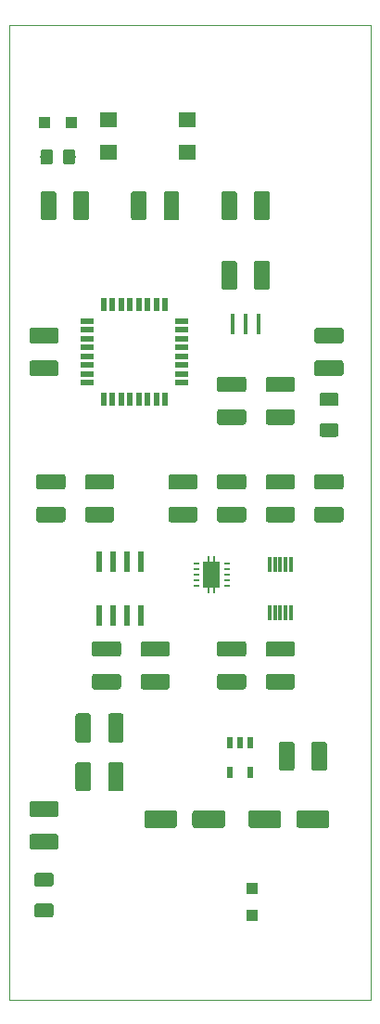
<source format=gbr>
G04 #@! TF.GenerationSoftware,KiCad,Pcbnew,(5.0.2)-1*
G04 #@! TF.CreationDate,2020-06-25T12:03:09-05:00*
G04 #@! TF.ProjectId,ProximityMother_V1,50726f78-696d-4697-9479-4d6f74686572,V1*
G04 #@! TF.SameCoordinates,Original*
G04 #@! TF.FileFunction,Paste,Top*
G04 #@! TF.FilePolarity,Positive*
%FSLAX46Y46*%
G04 Gerber Fmt 4.6, Leading zero omitted, Abs format (unit mm)*
G04 Created by KiCad (PCBNEW (5.0.2)-1) date 6/25/2020 12:03:09 PM*
%MOMM*%
%LPD*%
G01*
G04 APERTURE LIST*
%ADD10C,0.025400*%
%ADD11R,0.250000X0.500000*%
%ADD12R,1.650000X2.400000*%
%ADD13R,0.600000X0.240000*%
%ADD14C,0.100000*%
%ADD15C,1.425000*%
%ADD16C,1.600000*%
%ADD17R,1.000000X1.000000*%
%ADD18C,1.250000*%
%ADD19C,1.150000*%
%ADD20R,1.600000X1.400000*%
%ADD21R,0.300000X1.400000*%
%ADD22R,0.600000X1.050000*%
%ADD23R,0.590000X1.970000*%
%ADD24R,1.270000X0.558800*%
%ADD25R,0.558800X1.270000*%
%ADD26R,0.400000X1.900000*%
G04 APERTURE END LIST*
D10*
X83820000Y-160020000D02*
X83820000Y-71120000D01*
X116840000Y-160020000D02*
X83820000Y-160020000D01*
X116840000Y-71120000D02*
X116840000Y-160020000D01*
X83820000Y-71120000D02*
X116840000Y-71120000D01*
D11*
G04 #@! TO.C,U4*
X102545000Y-122735000D03*
X102045000Y-122735000D03*
X102545000Y-119835000D03*
X102045000Y-119835000D03*
D12*
X102295000Y-121285000D03*
D13*
X103695000Y-120285000D03*
X103695000Y-120785000D03*
X103695000Y-121285000D03*
X103695000Y-121785000D03*
X103695000Y-122285000D03*
X100895000Y-122285000D03*
X100895000Y-121785000D03*
X100895000Y-121285000D03*
X100895000Y-120785000D03*
X100895000Y-120285000D03*
G04 #@! TD*
D14*
G04 #@! TO.C,R8*
G36*
X114129504Y-98766204D02*
X114153773Y-98769804D01*
X114177571Y-98775765D01*
X114200671Y-98784030D01*
X114222849Y-98794520D01*
X114243893Y-98807133D01*
X114263598Y-98821747D01*
X114281777Y-98838223D01*
X114298253Y-98856402D01*
X114312867Y-98876107D01*
X114325480Y-98897151D01*
X114335970Y-98919329D01*
X114344235Y-98942429D01*
X114350196Y-98966227D01*
X114353796Y-98990496D01*
X114355000Y-99015000D01*
X114355000Y-99940000D01*
X114353796Y-99964504D01*
X114350196Y-99988773D01*
X114344235Y-100012571D01*
X114335970Y-100035671D01*
X114325480Y-100057849D01*
X114312867Y-100078893D01*
X114298253Y-100098598D01*
X114281777Y-100116777D01*
X114263598Y-100133253D01*
X114243893Y-100147867D01*
X114222849Y-100160480D01*
X114200671Y-100170970D01*
X114177571Y-100179235D01*
X114153773Y-100185196D01*
X114129504Y-100188796D01*
X114105000Y-100190000D01*
X111955000Y-100190000D01*
X111930496Y-100188796D01*
X111906227Y-100185196D01*
X111882429Y-100179235D01*
X111859329Y-100170970D01*
X111837151Y-100160480D01*
X111816107Y-100147867D01*
X111796402Y-100133253D01*
X111778223Y-100116777D01*
X111761747Y-100098598D01*
X111747133Y-100078893D01*
X111734520Y-100057849D01*
X111724030Y-100035671D01*
X111715765Y-100012571D01*
X111709804Y-99988773D01*
X111706204Y-99964504D01*
X111705000Y-99940000D01*
X111705000Y-99015000D01*
X111706204Y-98990496D01*
X111709804Y-98966227D01*
X111715765Y-98942429D01*
X111724030Y-98919329D01*
X111734520Y-98897151D01*
X111747133Y-98876107D01*
X111761747Y-98856402D01*
X111778223Y-98838223D01*
X111796402Y-98821747D01*
X111816107Y-98807133D01*
X111837151Y-98794520D01*
X111859329Y-98784030D01*
X111882429Y-98775765D01*
X111906227Y-98769804D01*
X111930496Y-98766204D01*
X111955000Y-98765000D01*
X114105000Y-98765000D01*
X114129504Y-98766204D01*
X114129504Y-98766204D01*
G37*
D15*
X113030000Y-99477500D03*
D14*
G36*
X114129504Y-101741204D02*
X114153773Y-101744804D01*
X114177571Y-101750765D01*
X114200671Y-101759030D01*
X114222849Y-101769520D01*
X114243893Y-101782133D01*
X114263598Y-101796747D01*
X114281777Y-101813223D01*
X114298253Y-101831402D01*
X114312867Y-101851107D01*
X114325480Y-101872151D01*
X114335970Y-101894329D01*
X114344235Y-101917429D01*
X114350196Y-101941227D01*
X114353796Y-101965496D01*
X114355000Y-101990000D01*
X114355000Y-102915000D01*
X114353796Y-102939504D01*
X114350196Y-102963773D01*
X114344235Y-102987571D01*
X114335970Y-103010671D01*
X114325480Y-103032849D01*
X114312867Y-103053893D01*
X114298253Y-103073598D01*
X114281777Y-103091777D01*
X114263598Y-103108253D01*
X114243893Y-103122867D01*
X114222849Y-103135480D01*
X114200671Y-103145970D01*
X114177571Y-103154235D01*
X114153773Y-103160196D01*
X114129504Y-103163796D01*
X114105000Y-103165000D01*
X111955000Y-103165000D01*
X111930496Y-103163796D01*
X111906227Y-103160196D01*
X111882429Y-103154235D01*
X111859329Y-103145970D01*
X111837151Y-103135480D01*
X111816107Y-103122867D01*
X111796402Y-103108253D01*
X111778223Y-103091777D01*
X111761747Y-103073598D01*
X111747133Y-103053893D01*
X111734520Y-103032849D01*
X111724030Y-103010671D01*
X111715765Y-102987571D01*
X111709804Y-102963773D01*
X111706204Y-102939504D01*
X111705000Y-102915000D01*
X111705000Y-101990000D01*
X111706204Y-101965496D01*
X111709804Y-101941227D01*
X111715765Y-101917429D01*
X111724030Y-101894329D01*
X111734520Y-101872151D01*
X111747133Y-101851107D01*
X111761747Y-101831402D01*
X111778223Y-101813223D01*
X111796402Y-101796747D01*
X111816107Y-101782133D01*
X111837151Y-101769520D01*
X111859329Y-101759030D01*
X111882429Y-101750765D01*
X111906227Y-101744804D01*
X111930496Y-101741204D01*
X111955000Y-101740000D01*
X114105000Y-101740000D01*
X114129504Y-101741204D01*
X114129504Y-101741204D01*
G37*
D15*
X113030000Y-102452500D03*
G04 #@! TD*
D14*
G04 #@! TO.C,C1*
G36*
X103322704Y-142763204D02*
X103346973Y-142766804D01*
X103370771Y-142772765D01*
X103393871Y-142781030D01*
X103416049Y-142791520D01*
X103437093Y-142804133D01*
X103456798Y-142818747D01*
X103474977Y-142835223D01*
X103491453Y-142853402D01*
X103506067Y-142873107D01*
X103518680Y-142894151D01*
X103529170Y-142916329D01*
X103537435Y-142939429D01*
X103543396Y-142963227D01*
X103546996Y-142987496D01*
X103548200Y-143012000D01*
X103548200Y-144112000D01*
X103546996Y-144136504D01*
X103543396Y-144160773D01*
X103537435Y-144184571D01*
X103529170Y-144207671D01*
X103518680Y-144229849D01*
X103506067Y-144250893D01*
X103491453Y-144270598D01*
X103474977Y-144288777D01*
X103456798Y-144305253D01*
X103437093Y-144319867D01*
X103416049Y-144332480D01*
X103393871Y-144342970D01*
X103370771Y-144351235D01*
X103346973Y-144357196D01*
X103322704Y-144360796D01*
X103298200Y-144362000D01*
X100798200Y-144362000D01*
X100773696Y-144360796D01*
X100749427Y-144357196D01*
X100725629Y-144351235D01*
X100702529Y-144342970D01*
X100680351Y-144332480D01*
X100659307Y-144319867D01*
X100639602Y-144305253D01*
X100621423Y-144288777D01*
X100604947Y-144270598D01*
X100590333Y-144250893D01*
X100577720Y-144229849D01*
X100567230Y-144207671D01*
X100558965Y-144184571D01*
X100553004Y-144160773D01*
X100549404Y-144136504D01*
X100548200Y-144112000D01*
X100548200Y-143012000D01*
X100549404Y-142987496D01*
X100553004Y-142963227D01*
X100558965Y-142939429D01*
X100567230Y-142916329D01*
X100577720Y-142894151D01*
X100590333Y-142873107D01*
X100604947Y-142853402D01*
X100621423Y-142835223D01*
X100639602Y-142818747D01*
X100659307Y-142804133D01*
X100680351Y-142791520D01*
X100702529Y-142781030D01*
X100725629Y-142772765D01*
X100749427Y-142766804D01*
X100773696Y-142763204D01*
X100798200Y-142762000D01*
X103298200Y-142762000D01*
X103322704Y-142763204D01*
X103322704Y-142763204D01*
G37*
D16*
X102048200Y-143562000D03*
D14*
G36*
X98922704Y-142763204D02*
X98946973Y-142766804D01*
X98970771Y-142772765D01*
X98993871Y-142781030D01*
X99016049Y-142791520D01*
X99037093Y-142804133D01*
X99056798Y-142818747D01*
X99074977Y-142835223D01*
X99091453Y-142853402D01*
X99106067Y-142873107D01*
X99118680Y-142894151D01*
X99129170Y-142916329D01*
X99137435Y-142939429D01*
X99143396Y-142963227D01*
X99146996Y-142987496D01*
X99148200Y-143012000D01*
X99148200Y-144112000D01*
X99146996Y-144136504D01*
X99143396Y-144160773D01*
X99137435Y-144184571D01*
X99129170Y-144207671D01*
X99118680Y-144229849D01*
X99106067Y-144250893D01*
X99091453Y-144270598D01*
X99074977Y-144288777D01*
X99056798Y-144305253D01*
X99037093Y-144319867D01*
X99016049Y-144332480D01*
X98993871Y-144342970D01*
X98970771Y-144351235D01*
X98946973Y-144357196D01*
X98922704Y-144360796D01*
X98898200Y-144362000D01*
X96398200Y-144362000D01*
X96373696Y-144360796D01*
X96349427Y-144357196D01*
X96325629Y-144351235D01*
X96302529Y-144342970D01*
X96280351Y-144332480D01*
X96259307Y-144319867D01*
X96239602Y-144305253D01*
X96221423Y-144288777D01*
X96204947Y-144270598D01*
X96190333Y-144250893D01*
X96177720Y-144229849D01*
X96167230Y-144207671D01*
X96158965Y-144184571D01*
X96153004Y-144160773D01*
X96149404Y-144136504D01*
X96148200Y-144112000D01*
X96148200Y-143012000D01*
X96149404Y-142987496D01*
X96153004Y-142963227D01*
X96158965Y-142939429D01*
X96167230Y-142916329D01*
X96177720Y-142894151D01*
X96190333Y-142873107D01*
X96204947Y-142853402D01*
X96221423Y-142835223D01*
X96239602Y-142818747D01*
X96259307Y-142804133D01*
X96280351Y-142791520D01*
X96302529Y-142781030D01*
X96325629Y-142772765D01*
X96349427Y-142766804D01*
X96373696Y-142763204D01*
X96398200Y-142762000D01*
X98898200Y-142762000D01*
X98922704Y-142763204D01*
X98922704Y-142763204D01*
G37*
D16*
X97648200Y-143562000D03*
G04 #@! TD*
D14*
G04 #@! TO.C,C2*
G36*
X105239504Y-127341204D02*
X105263773Y-127344804D01*
X105287571Y-127350765D01*
X105310671Y-127359030D01*
X105332849Y-127369520D01*
X105353893Y-127382133D01*
X105373598Y-127396747D01*
X105391777Y-127413223D01*
X105408253Y-127431402D01*
X105422867Y-127451107D01*
X105435480Y-127472151D01*
X105445970Y-127494329D01*
X105454235Y-127517429D01*
X105460196Y-127541227D01*
X105463796Y-127565496D01*
X105465000Y-127590000D01*
X105465000Y-128515000D01*
X105463796Y-128539504D01*
X105460196Y-128563773D01*
X105454235Y-128587571D01*
X105445970Y-128610671D01*
X105435480Y-128632849D01*
X105422867Y-128653893D01*
X105408253Y-128673598D01*
X105391777Y-128691777D01*
X105373598Y-128708253D01*
X105353893Y-128722867D01*
X105332849Y-128735480D01*
X105310671Y-128745970D01*
X105287571Y-128754235D01*
X105263773Y-128760196D01*
X105239504Y-128763796D01*
X105215000Y-128765000D01*
X103065000Y-128765000D01*
X103040496Y-128763796D01*
X103016227Y-128760196D01*
X102992429Y-128754235D01*
X102969329Y-128745970D01*
X102947151Y-128735480D01*
X102926107Y-128722867D01*
X102906402Y-128708253D01*
X102888223Y-128691777D01*
X102871747Y-128673598D01*
X102857133Y-128653893D01*
X102844520Y-128632849D01*
X102834030Y-128610671D01*
X102825765Y-128587571D01*
X102819804Y-128563773D01*
X102816204Y-128539504D01*
X102815000Y-128515000D01*
X102815000Y-127590000D01*
X102816204Y-127565496D01*
X102819804Y-127541227D01*
X102825765Y-127517429D01*
X102834030Y-127494329D01*
X102844520Y-127472151D01*
X102857133Y-127451107D01*
X102871747Y-127431402D01*
X102888223Y-127413223D01*
X102906402Y-127396747D01*
X102926107Y-127382133D01*
X102947151Y-127369520D01*
X102969329Y-127359030D01*
X102992429Y-127350765D01*
X103016227Y-127344804D01*
X103040496Y-127341204D01*
X103065000Y-127340000D01*
X105215000Y-127340000D01*
X105239504Y-127341204D01*
X105239504Y-127341204D01*
G37*
D15*
X104140000Y-128052500D03*
D14*
G36*
X105239504Y-130316204D02*
X105263773Y-130319804D01*
X105287571Y-130325765D01*
X105310671Y-130334030D01*
X105332849Y-130344520D01*
X105353893Y-130357133D01*
X105373598Y-130371747D01*
X105391777Y-130388223D01*
X105408253Y-130406402D01*
X105422867Y-130426107D01*
X105435480Y-130447151D01*
X105445970Y-130469329D01*
X105454235Y-130492429D01*
X105460196Y-130516227D01*
X105463796Y-130540496D01*
X105465000Y-130565000D01*
X105465000Y-131490000D01*
X105463796Y-131514504D01*
X105460196Y-131538773D01*
X105454235Y-131562571D01*
X105445970Y-131585671D01*
X105435480Y-131607849D01*
X105422867Y-131628893D01*
X105408253Y-131648598D01*
X105391777Y-131666777D01*
X105373598Y-131683253D01*
X105353893Y-131697867D01*
X105332849Y-131710480D01*
X105310671Y-131720970D01*
X105287571Y-131729235D01*
X105263773Y-131735196D01*
X105239504Y-131738796D01*
X105215000Y-131740000D01*
X103065000Y-131740000D01*
X103040496Y-131738796D01*
X103016227Y-131735196D01*
X102992429Y-131729235D01*
X102969329Y-131720970D01*
X102947151Y-131710480D01*
X102926107Y-131697867D01*
X102906402Y-131683253D01*
X102888223Y-131666777D01*
X102871747Y-131648598D01*
X102857133Y-131628893D01*
X102844520Y-131607849D01*
X102834030Y-131585671D01*
X102825765Y-131562571D01*
X102819804Y-131538773D01*
X102816204Y-131514504D01*
X102815000Y-131490000D01*
X102815000Y-130565000D01*
X102816204Y-130540496D01*
X102819804Y-130516227D01*
X102825765Y-130492429D01*
X102834030Y-130469329D01*
X102844520Y-130447151D01*
X102857133Y-130426107D01*
X102871747Y-130406402D01*
X102888223Y-130388223D01*
X102906402Y-130371747D01*
X102926107Y-130357133D01*
X102947151Y-130344520D01*
X102969329Y-130334030D01*
X102992429Y-130325765D01*
X103016227Y-130319804D01*
X103040496Y-130316204D01*
X103065000Y-130315000D01*
X105215000Y-130315000D01*
X105239504Y-130316204D01*
X105239504Y-130316204D01*
G37*
D15*
X104140000Y-131027500D03*
G04 #@! TD*
D14*
G04 #@! TO.C,C3*
G36*
X108447504Y-142763204D02*
X108471773Y-142766804D01*
X108495571Y-142772765D01*
X108518671Y-142781030D01*
X108540849Y-142791520D01*
X108561893Y-142804133D01*
X108581598Y-142818747D01*
X108599777Y-142835223D01*
X108616253Y-142853402D01*
X108630867Y-142873107D01*
X108643480Y-142894151D01*
X108653970Y-142916329D01*
X108662235Y-142939429D01*
X108668196Y-142963227D01*
X108671796Y-142987496D01*
X108673000Y-143012000D01*
X108673000Y-144112000D01*
X108671796Y-144136504D01*
X108668196Y-144160773D01*
X108662235Y-144184571D01*
X108653970Y-144207671D01*
X108643480Y-144229849D01*
X108630867Y-144250893D01*
X108616253Y-144270598D01*
X108599777Y-144288777D01*
X108581598Y-144305253D01*
X108561893Y-144319867D01*
X108540849Y-144332480D01*
X108518671Y-144342970D01*
X108495571Y-144351235D01*
X108471773Y-144357196D01*
X108447504Y-144360796D01*
X108423000Y-144362000D01*
X105923000Y-144362000D01*
X105898496Y-144360796D01*
X105874227Y-144357196D01*
X105850429Y-144351235D01*
X105827329Y-144342970D01*
X105805151Y-144332480D01*
X105784107Y-144319867D01*
X105764402Y-144305253D01*
X105746223Y-144288777D01*
X105729747Y-144270598D01*
X105715133Y-144250893D01*
X105702520Y-144229849D01*
X105692030Y-144207671D01*
X105683765Y-144184571D01*
X105677804Y-144160773D01*
X105674204Y-144136504D01*
X105673000Y-144112000D01*
X105673000Y-143012000D01*
X105674204Y-142987496D01*
X105677804Y-142963227D01*
X105683765Y-142939429D01*
X105692030Y-142916329D01*
X105702520Y-142894151D01*
X105715133Y-142873107D01*
X105729747Y-142853402D01*
X105746223Y-142835223D01*
X105764402Y-142818747D01*
X105784107Y-142804133D01*
X105805151Y-142791520D01*
X105827329Y-142781030D01*
X105850429Y-142772765D01*
X105874227Y-142766804D01*
X105898496Y-142763204D01*
X105923000Y-142762000D01*
X108423000Y-142762000D01*
X108447504Y-142763204D01*
X108447504Y-142763204D01*
G37*
D16*
X107173000Y-143562000D03*
D14*
G36*
X112847504Y-142763204D02*
X112871773Y-142766804D01*
X112895571Y-142772765D01*
X112918671Y-142781030D01*
X112940849Y-142791520D01*
X112961893Y-142804133D01*
X112981598Y-142818747D01*
X112999777Y-142835223D01*
X113016253Y-142853402D01*
X113030867Y-142873107D01*
X113043480Y-142894151D01*
X113053970Y-142916329D01*
X113062235Y-142939429D01*
X113068196Y-142963227D01*
X113071796Y-142987496D01*
X113073000Y-143012000D01*
X113073000Y-144112000D01*
X113071796Y-144136504D01*
X113068196Y-144160773D01*
X113062235Y-144184571D01*
X113053970Y-144207671D01*
X113043480Y-144229849D01*
X113030867Y-144250893D01*
X113016253Y-144270598D01*
X112999777Y-144288777D01*
X112981598Y-144305253D01*
X112961893Y-144319867D01*
X112940849Y-144332480D01*
X112918671Y-144342970D01*
X112895571Y-144351235D01*
X112871773Y-144357196D01*
X112847504Y-144360796D01*
X112823000Y-144362000D01*
X110323000Y-144362000D01*
X110298496Y-144360796D01*
X110274227Y-144357196D01*
X110250429Y-144351235D01*
X110227329Y-144342970D01*
X110205151Y-144332480D01*
X110184107Y-144319867D01*
X110164402Y-144305253D01*
X110146223Y-144288777D01*
X110129747Y-144270598D01*
X110115133Y-144250893D01*
X110102520Y-144229849D01*
X110092030Y-144207671D01*
X110083765Y-144184571D01*
X110077804Y-144160773D01*
X110074204Y-144136504D01*
X110073000Y-144112000D01*
X110073000Y-143012000D01*
X110074204Y-142987496D01*
X110077804Y-142963227D01*
X110083765Y-142939429D01*
X110092030Y-142916329D01*
X110102520Y-142894151D01*
X110115133Y-142873107D01*
X110129747Y-142853402D01*
X110146223Y-142835223D01*
X110164402Y-142818747D01*
X110184107Y-142804133D01*
X110205151Y-142791520D01*
X110227329Y-142781030D01*
X110250429Y-142772765D01*
X110274227Y-142766804D01*
X110298496Y-142763204D01*
X110323000Y-142762000D01*
X112823000Y-142762000D01*
X112847504Y-142763204D01*
X112847504Y-142763204D01*
G37*
D16*
X111573000Y-143562000D03*
G04 #@! TD*
D14*
G04 #@! TO.C,C4*
G36*
X109684504Y-130316204D02*
X109708773Y-130319804D01*
X109732571Y-130325765D01*
X109755671Y-130334030D01*
X109777849Y-130344520D01*
X109798893Y-130357133D01*
X109818598Y-130371747D01*
X109836777Y-130388223D01*
X109853253Y-130406402D01*
X109867867Y-130426107D01*
X109880480Y-130447151D01*
X109890970Y-130469329D01*
X109899235Y-130492429D01*
X109905196Y-130516227D01*
X109908796Y-130540496D01*
X109910000Y-130565000D01*
X109910000Y-131490000D01*
X109908796Y-131514504D01*
X109905196Y-131538773D01*
X109899235Y-131562571D01*
X109890970Y-131585671D01*
X109880480Y-131607849D01*
X109867867Y-131628893D01*
X109853253Y-131648598D01*
X109836777Y-131666777D01*
X109818598Y-131683253D01*
X109798893Y-131697867D01*
X109777849Y-131710480D01*
X109755671Y-131720970D01*
X109732571Y-131729235D01*
X109708773Y-131735196D01*
X109684504Y-131738796D01*
X109660000Y-131740000D01*
X107510000Y-131740000D01*
X107485496Y-131738796D01*
X107461227Y-131735196D01*
X107437429Y-131729235D01*
X107414329Y-131720970D01*
X107392151Y-131710480D01*
X107371107Y-131697867D01*
X107351402Y-131683253D01*
X107333223Y-131666777D01*
X107316747Y-131648598D01*
X107302133Y-131628893D01*
X107289520Y-131607849D01*
X107279030Y-131585671D01*
X107270765Y-131562571D01*
X107264804Y-131538773D01*
X107261204Y-131514504D01*
X107260000Y-131490000D01*
X107260000Y-130565000D01*
X107261204Y-130540496D01*
X107264804Y-130516227D01*
X107270765Y-130492429D01*
X107279030Y-130469329D01*
X107289520Y-130447151D01*
X107302133Y-130426107D01*
X107316747Y-130406402D01*
X107333223Y-130388223D01*
X107351402Y-130371747D01*
X107371107Y-130357133D01*
X107392151Y-130344520D01*
X107414329Y-130334030D01*
X107437429Y-130325765D01*
X107461227Y-130319804D01*
X107485496Y-130316204D01*
X107510000Y-130315000D01*
X109660000Y-130315000D01*
X109684504Y-130316204D01*
X109684504Y-130316204D01*
G37*
D15*
X108585000Y-131027500D03*
D14*
G36*
X109684504Y-127341204D02*
X109708773Y-127344804D01*
X109732571Y-127350765D01*
X109755671Y-127359030D01*
X109777849Y-127369520D01*
X109798893Y-127382133D01*
X109818598Y-127396747D01*
X109836777Y-127413223D01*
X109853253Y-127431402D01*
X109867867Y-127451107D01*
X109880480Y-127472151D01*
X109890970Y-127494329D01*
X109899235Y-127517429D01*
X109905196Y-127541227D01*
X109908796Y-127565496D01*
X109910000Y-127590000D01*
X109910000Y-128515000D01*
X109908796Y-128539504D01*
X109905196Y-128563773D01*
X109899235Y-128587571D01*
X109890970Y-128610671D01*
X109880480Y-128632849D01*
X109867867Y-128653893D01*
X109853253Y-128673598D01*
X109836777Y-128691777D01*
X109818598Y-128708253D01*
X109798893Y-128722867D01*
X109777849Y-128735480D01*
X109755671Y-128745970D01*
X109732571Y-128754235D01*
X109708773Y-128760196D01*
X109684504Y-128763796D01*
X109660000Y-128765000D01*
X107510000Y-128765000D01*
X107485496Y-128763796D01*
X107461227Y-128760196D01*
X107437429Y-128754235D01*
X107414329Y-128745970D01*
X107392151Y-128735480D01*
X107371107Y-128722867D01*
X107351402Y-128708253D01*
X107333223Y-128691777D01*
X107316747Y-128673598D01*
X107302133Y-128653893D01*
X107289520Y-128632849D01*
X107279030Y-128610671D01*
X107270765Y-128587571D01*
X107264804Y-128563773D01*
X107261204Y-128539504D01*
X107260000Y-128515000D01*
X107260000Y-127590000D01*
X107261204Y-127565496D01*
X107264804Y-127541227D01*
X107270765Y-127517429D01*
X107279030Y-127494329D01*
X107289520Y-127472151D01*
X107302133Y-127451107D01*
X107316747Y-127431402D01*
X107333223Y-127413223D01*
X107351402Y-127396747D01*
X107371107Y-127382133D01*
X107392151Y-127369520D01*
X107414329Y-127359030D01*
X107437429Y-127350765D01*
X107461227Y-127344804D01*
X107485496Y-127341204D01*
X107510000Y-127340000D01*
X109660000Y-127340000D01*
X109684504Y-127341204D01*
X109684504Y-127341204D01*
G37*
D15*
X108585000Y-128052500D03*
G04 #@! TD*
D14*
G04 #@! TO.C,C5*
G36*
X112617504Y-136523204D02*
X112641773Y-136526804D01*
X112665571Y-136532765D01*
X112688671Y-136541030D01*
X112710849Y-136551520D01*
X112731893Y-136564133D01*
X112751598Y-136578747D01*
X112769777Y-136595223D01*
X112786253Y-136613402D01*
X112800867Y-136633107D01*
X112813480Y-136654151D01*
X112823970Y-136676329D01*
X112832235Y-136699429D01*
X112838196Y-136723227D01*
X112841796Y-136747496D01*
X112843000Y-136772000D01*
X112843000Y-138922000D01*
X112841796Y-138946504D01*
X112838196Y-138970773D01*
X112832235Y-138994571D01*
X112823970Y-139017671D01*
X112813480Y-139039849D01*
X112800867Y-139060893D01*
X112786253Y-139080598D01*
X112769777Y-139098777D01*
X112751598Y-139115253D01*
X112731893Y-139129867D01*
X112710849Y-139142480D01*
X112688671Y-139152970D01*
X112665571Y-139161235D01*
X112641773Y-139167196D01*
X112617504Y-139170796D01*
X112593000Y-139172000D01*
X111668000Y-139172000D01*
X111643496Y-139170796D01*
X111619227Y-139167196D01*
X111595429Y-139161235D01*
X111572329Y-139152970D01*
X111550151Y-139142480D01*
X111529107Y-139129867D01*
X111509402Y-139115253D01*
X111491223Y-139098777D01*
X111474747Y-139080598D01*
X111460133Y-139060893D01*
X111447520Y-139039849D01*
X111437030Y-139017671D01*
X111428765Y-138994571D01*
X111422804Y-138970773D01*
X111419204Y-138946504D01*
X111418000Y-138922000D01*
X111418000Y-136772000D01*
X111419204Y-136747496D01*
X111422804Y-136723227D01*
X111428765Y-136699429D01*
X111437030Y-136676329D01*
X111447520Y-136654151D01*
X111460133Y-136633107D01*
X111474747Y-136613402D01*
X111491223Y-136595223D01*
X111509402Y-136578747D01*
X111529107Y-136564133D01*
X111550151Y-136551520D01*
X111572329Y-136541030D01*
X111595429Y-136532765D01*
X111619227Y-136526804D01*
X111643496Y-136523204D01*
X111668000Y-136522000D01*
X112593000Y-136522000D01*
X112617504Y-136523204D01*
X112617504Y-136523204D01*
G37*
D15*
X112130500Y-137847000D03*
D14*
G36*
X109642504Y-136523204D02*
X109666773Y-136526804D01*
X109690571Y-136532765D01*
X109713671Y-136541030D01*
X109735849Y-136551520D01*
X109756893Y-136564133D01*
X109776598Y-136578747D01*
X109794777Y-136595223D01*
X109811253Y-136613402D01*
X109825867Y-136633107D01*
X109838480Y-136654151D01*
X109848970Y-136676329D01*
X109857235Y-136699429D01*
X109863196Y-136723227D01*
X109866796Y-136747496D01*
X109868000Y-136772000D01*
X109868000Y-138922000D01*
X109866796Y-138946504D01*
X109863196Y-138970773D01*
X109857235Y-138994571D01*
X109848970Y-139017671D01*
X109838480Y-139039849D01*
X109825867Y-139060893D01*
X109811253Y-139080598D01*
X109794777Y-139098777D01*
X109776598Y-139115253D01*
X109756893Y-139129867D01*
X109735849Y-139142480D01*
X109713671Y-139152970D01*
X109690571Y-139161235D01*
X109666773Y-139167196D01*
X109642504Y-139170796D01*
X109618000Y-139172000D01*
X108693000Y-139172000D01*
X108668496Y-139170796D01*
X108644227Y-139167196D01*
X108620429Y-139161235D01*
X108597329Y-139152970D01*
X108575151Y-139142480D01*
X108554107Y-139129867D01*
X108534402Y-139115253D01*
X108516223Y-139098777D01*
X108499747Y-139080598D01*
X108485133Y-139060893D01*
X108472520Y-139039849D01*
X108462030Y-139017671D01*
X108453765Y-138994571D01*
X108447804Y-138970773D01*
X108444204Y-138946504D01*
X108443000Y-138922000D01*
X108443000Y-136772000D01*
X108444204Y-136747496D01*
X108447804Y-136723227D01*
X108453765Y-136699429D01*
X108462030Y-136676329D01*
X108472520Y-136654151D01*
X108485133Y-136633107D01*
X108499747Y-136613402D01*
X108516223Y-136595223D01*
X108534402Y-136578747D01*
X108554107Y-136564133D01*
X108575151Y-136551520D01*
X108597329Y-136541030D01*
X108620429Y-136532765D01*
X108644227Y-136526804D01*
X108668496Y-136523204D01*
X108693000Y-136522000D01*
X109618000Y-136522000D01*
X109642504Y-136523204D01*
X109642504Y-136523204D01*
G37*
D15*
X109155500Y-137847000D03*
G04 #@! TD*
D14*
G04 #@! TO.C,C6*
G36*
X93809504Y-127341204D02*
X93833773Y-127344804D01*
X93857571Y-127350765D01*
X93880671Y-127359030D01*
X93902849Y-127369520D01*
X93923893Y-127382133D01*
X93943598Y-127396747D01*
X93961777Y-127413223D01*
X93978253Y-127431402D01*
X93992867Y-127451107D01*
X94005480Y-127472151D01*
X94015970Y-127494329D01*
X94024235Y-127517429D01*
X94030196Y-127541227D01*
X94033796Y-127565496D01*
X94035000Y-127590000D01*
X94035000Y-128515000D01*
X94033796Y-128539504D01*
X94030196Y-128563773D01*
X94024235Y-128587571D01*
X94015970Y-128610671D01*
X94005480Y-128632849D01*
X93992867Y-128653893D01*
X93978253Y-128673598D01*
X93961777Y-128691777D01*
X93943598Y-128708253D01*
X93923893Y-128722867D01*
X93902849Y-128735480D01*
X93880671Y-128745970D01*
X93857571Y-128754235D01*
X93833773Y-128760196D01*
X93809504Y-128763796D01*
X93785000Y-128765000D01*
X91635000Y-128765000D01*
X91610496Y-128763796D01*
X91586227Y-128760196D01*
X91562429Y-128754235D01*
X91539329Y-128745970D01*
X91517151Y-128735480D01*
X91496107Y-128722867D01*
X91476402Y-128708253D01*
X91458223Y-128691777D01*
X91441747Y-128673598D01*
X91427133Y-128653893D01*
X91414520Y-128632849D01*
X91404030Y-128610671D01*
X91395765Y-128587571D01*
X91389804Y-128563773D01*
X91386204Y-128539504D01*
X91385000Y-128515000D01*
X91385000Y-127590000D01*
X91386204Y-127565496D01*
X91389804Y-127541227D01*
X91395765Y-127517429D01*
X91404030Y-127494329D01*
X91414520Y-127472151D01*
X91427133Y-127451107D01*
X91441747Y-127431402D01*
X91458223Y-127413223D01*
X91476402Y-127396747D01*
X91496107Y-127382133D01*
X91517151Y-127369520D01*
X91539329Y-127359030D01*
X91562429Y-127350765D01*
X91586227Y-127344804D01*
X91610496Y-127341204D01*
X91635000Y-127340000D01*
X93785000Y-127340000D01*
X93809504Y-127341204D01*
X93809504Y-127341204D01*
G37*
D15*
X92710000Y-128052500D03*
D14*
G36*
X93809504Y-130316204D02*
X93833773Y-130319804D01*
X93857571Y-130325765D01*
X93880671Y-130334030D01*
X93902849Y-130344520D01*
X93923893Y-130357133D01*
X93943598Y-130371747D01*
X93961777Y-130388223D01*
X93978253Y-130406402D01*
X93992867Y-130426107D01*
X94005480Y-130447151D01*
X94015970Y-130469329D01*
X94024235Y-130492429D01*
X94030196Y-130516227D01*
X94033796Y-130540496D01*
X94035000Y-130565000D01*
X94035000Y-131490000D01*
X94033796Y-131514504D01*
X94030196Y-131538773D01*
X94024235Y-131562571D01*
X94015970Y-131585671D01*
X94005480Y-131607849D01*
X93992867Y-131628893D01*
X93978253Y-131648598D01*
X93961777Y-131666777D01*
X93943598Y-131683253D01*
X93923893Y-131697867D01*
X93902849Y-131710480D01*
X93880671Y-131720970D01*
X93857571Y-131729235D01*
X93833773Y-131735196D01*
X93809504Y-131738796D01*
X93785000Y-131740000D01*
X91635000Y-131740000D01*
X91610496Y-131738796D01*
X91586227Y-131735196D01*
X91562429Y-131729235D01*
X91539329Y-131720970D01*
X91517151Y-131710480D01*
X91496107Y-131697867D01*
X91476402Y-131683253D01*
X91458223Y-131666777D01*
X91441747Y-131648598D01*
X91427133Y-131628893D01*
X91414520Y-131607849D01*
X91404030Y-131585671D01*
X91395765Y-131562571D01*
X91389804Y-131538773D01*
X91386204Y-131514504D01*
X91385000Y-131490000D01*
X91385000Y-130565000D01*
X91386204Y-130540496D01*
X91389804Y-130516227D01*
X91395765Y-130492429D01*
X91404030Y-130469329D01*
X91414520Y-130447151D01*
X91427133Y-130426107D01*
X91441747Y-130406402D01*
X91458223Y-130388223D01*
X91476402Y-130371747D01*
X91496107Y-130357133D01*
X91517151Y-130344520D01*
X91539329Y-130334030D01*
X91562429Y-130325765D01*
X91586227Y-130319804D01*
X91610496Y-130316204D01*
X91635000Y-130315000D01*
X93785000Y-130315000D01*
X93809504Y-130316204D01*
X93809504Y-130316204D01*
G37*
D15*
X92710000Y-131027500D03*
G04 #@! TD*
D14*
G04 #@! TO.C,C7*
G36*
X98254504Y-127341204D02*
X98278773Y-127344804D01*
X98302571Y-127350765D01*
X98325671Y-127359030D01*
X98347849Y-127369520D01*
X98368893Y-127382133D01*
X98388598Y-127396747D01*
X98406777Y-127413223D01*
X98423253Y-127431402D01*
X98437867Y-127451107D01*
X98450480Y-127472151D01*
X98460970Y-127494329D01*
X98469235Y-127517429D01*
X98475196Y-127541227D01*
X98478796Y-127565496D01*
X98480000Y-127590000D01*
X98480000Y-128515000D01*
X98478796Y-128539504D01*
X98475196Y-128563773D01*
X98469235Y-128587571D01*
X98460970Y-128610671D01*
X98450480Y-128632849D01*
X98437867Y-128653893D01*
X98423253Y-128673598D01*
X98406777Y-128691777D01*
X98388598Y-128708253D01*
X98368893Y-128722867D01*
X98347849Y-128735480D01*
X98325671Y-128745970D01*
X98302571Y-128754235D01*
X98278773Y-128760196D01*
X98254504Y-128763796D01*
X98230000Y-128765000D01*
X96080000Y-128765000D01*
X96055496Y-128763796D01*
X96031227Y-128760196D01*
X96007429Y-128754235D01*
X95984329Y-128745970D01*
X95962151Y-128735480D01*
X95941107Y-128722867D01*
X95921402Y-128708253D01*
X95903223Y-128691777D01*
X95886747Y-128673598D01*
X95872133Y-128653893D01*
X95859520Y-128632849D01*
X95849030Y-128610671D01*
X95840765Y-128587571D01*
X95834804Y-128563773D01*
X95831204Y-128539504D01*
X95830000Y-128515000D01*
X95830000Y-127590000D01*
X95831204Y-127565496D01*
X95834804Y-127541227D01*
X95840765Y-127517429D01*
X95849030Y-127494329D01*
X95859520Y-127472151D01*
X95872133Y-127451107D01*
X95886747Y-127431402D01*
X95903223Y-127413223D01*
X95921402Y-127396747D01*
X95941107Y-127382133D01*
X95962151Y-127369520D01*
X95984329Y-127359030D01*
X96007429Y-127350765D01*
X96031227Y-127344804D01*
X96055496Y-127341204D01*
X96080000Y-127340000D01*
X98230000Y-127340000D01*
X98254504Y-127341204D01*
X98254504Y-127341204D01*
G37*
D15*
X97155000Y-128052500D03*
D14*
G36*
X98254504Y-130316204D02*
X98278773Y-130319804D01*
X98302571Y-130325765D01*
X98325671Y-130334030D01*
X98347849Y-130344520D01*
X98368893Y-130357133D01*
X98388598Y-130371747D01*
X98406777Y-130388223D01*
X98423253Y-130406402D01*
X98437867Y-130426107D01*
X98450480Y-130447151D01*
X98460970Y-130469329D01*
X98469235Y-130492429D01*
X98475196Y-130516227D01*
X98478796Y-130540496D01*
X98480000Y-130565000D01*
X98480000Y-131490000D01*
X98478796Y-131514504D01*
X98475196Y-131538773D01*
X98469235Y-131562571D01*
X98460970Y-131585671D01*
X98450480Y-131607849D01*
X98437867Y-131628893D01*
X98423253Y-131648598D01*
X98406777Y-131666777D01*
X98388598Y-131683253D01*
X98368893Y-131697867D01*
X98347849Y-131710480D01*
X98325671Y-131720970D01*
X98302571Y-131729235D01*
X98278773Y-131735196D01*
X98254504Y-131738796D01*
X98230000Y-131740000D01*
X96080000Y-131740000D01*
X96055496Y-131738796D01*
X96031227Y-131735196D01*
X96007429Y-131729235D01*
X95984329Y-131720970D01*
X95962151Y-131710480D01*
X95941107Y-131697867D01*
X95921402Y-131683253D01*
X95903223Y-131666777D01*
X95886747Y-131648598D01*
X95872133Y-131628893D01*
X95859520Y-131607849D01*
X95849030Y-131585671D01*
X95840765Y-131562571D01*
X95834804Y-131538773D01*
X95831204Y-131514504D01*
X95830000Y-131490000D01*
X95830000Y-130565000D01*
X95831204Y-130540496D01*
X95834804Y-130516227D01*
X95840765Y-130492429D01*
X95849030Y-130469329D01*
X95859520Y-130447151D01*
X95872133Y-130426107D01*
X95886747Y-130406402D01*
X95903223Y-130388223D01*
X95921402Y-130371747D01*
X95941107Y-130357133D01*
X95962151Y-130344520D01*
X95984329Y-130334030D01*
X96007429Y-130325765D01*
X96031227Y-130319804D01*
X96055496Y-130316204D01*
X96080000Y-130315000D01*
X98230000Y-130315000D01*
X98254504Y-130316204D01*
X98254504Y-130316204D01*
G37*
D15*
X97155000Y-131027500D03*
G04 #@! TD*
D14*
G04 #@! TO.C,C8*
G36*
X99129504Y-86306204D02*
X99153773Y-86309804D01*
X99177571Y-86315765D01*
X99200671Y-86324030D01*
X99222849Y-86334520D01*
X99243893Y-86347133D01*
X99263598Y-86361747D01*
X99281777Y-86378223D01*
X99298253Y-86396402D01*
X99312867Y-86416107D01*
X99325480Y-86437151D01*
X99335970Y-86459329D01*
X99344235Y-86482429D01*
X99350196Y-86506227D01*
X99353796Y-86530496D01*
X99355000Y-86555000D01*
X99355000Y-88705000D01*
X99353796Y-88729504D01*
X99350196Y-88753773D01*
X99344235Y-88777571D01*
X99335970Y-88800671D01*
X99325480Y-88822849D01*
X99312867Y-88843893D01*
X99298253Y-88863598D01*
X99281777Y-88881777D01*
X99263598Y-88898253D01*
X99243893Y-88912867D01*
X99222849Y-88925480D01*
X99200671Y-88935970D01*
X99177571Y-88944235D01*
X99153773Y-88950196D01*
X99129504Y-88953796D01*
X99105000Y-88955000D01*
X98180000Y-88955000D01*
X98155496Y-88953796D01*
X98131227Y-88950196D01*
X98107429Y-88944235D01*
X98084329Y-88935970D01*
X98062151Y-88925480D01*
X98041107Y-88912867D01*
X98021402Y-88898253D01*
X98003223Y-88881777D01*
X97986747Y-88863598D01*
X97972133Y-88843893D01*
X97959520Y-88822849D01*
X97949030Y-88800671D01*
X97940765Y-88777571D01*
X97934804Y-88753773D01*
X97931204Y-88729504D01*
X97930000Y-88705000D01*
X97930000Y-86555000D01*
X97931204Y-86530496D01*
X97934804Y-86506227D01*
X97940765Y-86482429D01*
X97949030Y-86459329D01*
X97959520Y-86437151D01*
X97972133Y-86416107D01*
X97986747Y-86396402D01*
X98003223Y-86378223D01*
X98021402Y-86361747D01*
X98041107Y-86347133D01*
X98062151Y-86334520D01*
X98084329Y-86324030D01*
X98107429Y-86315765D01*
X98131227Y-86309804D01*
X98155496Y-86306204D01*
X98180000Y-86305000D01*
X99105000Y-86305000D01*
X99129504Y-86306204D01*
X99129504Y-86306204D01*
G37*
D15*
X98642500Y-87630000D03*
D14*
G36*
X96154504Y-86306204D02*
X96178773Y-86309804D01*
X96202571Y-86315765D01*
X96225671Y-86324030D01*
X96247849Y-86334520D01*
X96268893Y-86347133D01*
X96288598Y-86361747D01*
X96306777Y-86378223D01*
X96323253Y-86396402D01*
X96337867Y-86416107D01*
X96350480Y-86437151D01*
X96360970Y-86459329D01*
X96369235Y-86482429D01*
X96375196Y-86506227D01*
X96378796Y-86530496D01*
X96380000Y-86555000D01*
X96380000Y-88705000D01*
X96378796Y-88729504D01*
X96375196Y-88753773D01*
X96369235Y-88777571D01*
X96360970Y-88800671D01*
X96350480Y-88822849D01*
X96337867Y-88843893D01*
X96323253Y-88863598D01*
X96306777Y-88881777D01*
X96288598Y-88898253D01*
X96268893Y-88912867D01*
X96247849Y-88925480D01*
X96225671Y-88935970D01*
X96202571Y-88944235D01*
X96178773Y-88950196D01*
X96154504Y-88953796D01*
X96130000Y-88955000D01*
X95205000Y-88955000D01*
X95180496Y-88953796D01*
X95156227Y-88950196D01*
X95132429Y-88944235D01*
X95109329Y-88935970D01*
X95087151Y-88925480D01*
X95066107Y-88912867D01*
X95046402Y-88898253D01*
X95028223Y-88881777D01*
X95011747Y-88863598D01*
X94997133Y-88843893D01*
X94984520Y-88822849D01*
X94974030Y-88800671D01*
X94965765Y-88777571D01*
X94959804Y-88753773D01*
X94956204Y-88729504D01*
X94955000Y-88705000D01*
X94955000Y-86555000D01*
X94956204Y-86530496D01*
X94959804Y-86506227D01*
X94965765Y-86482429D01*
X94974030Y-86459329D01*
X94984520Y-86437151D01*
X94997133Y-86416107D01*
X95011747Y-86396402D01*
X95028223Y-86378223D01*
X95046402Y-86361747D01*
X95066107Y-86347133D01*
X95087151Y-86334520D01*
X95109329Y-86324030D01*
X95132429Y-86315765D01*
X95156227Y-86309804D01*
X95180496Y-86306204D01*
X95205000Y-86305000D01*
X96130000Y-86305000D01*
X96154504Y-86306204D01*
X96154504Y-86306204D01*
G37*
D15*
X95667500Y-87630000D03*
G04 #@! TD*
D14*
G04 #@! TO.C,C9*
G36*
X105239504Y-106186204D02*
X105263773Y-106189804D01*
X105287571Y-106195765D01*
X105310671Y-106204030D01*
X105332849Y-106214520D01*
X105353893Y-106227133D01*
X105373598Y-106241747D01*
X105391777Y-106258223D01*
X105408253Y-106276402D01*
X105422867Y-106296107D01*
X105435480Y-106317151D01*
X105445970Y-106339329D01*
X105454235Y-106362429D01*
X105460196Y-106386227D01*
X105463796Y-106410496D01*
X105465000Y-106435000D01*
X105465000Y-107360000D01*
X105463796Y-107384504D01*
X105460196Y-107408773D01*
X105454235Y-107432571D01*
X105445970Y-107455671D01*
X105435480Y-107477849D01*
X105422867Y-107498893D01*
X105408253Y-107518598D01*
X105391777Y-107536777D01*
X105373598Y-107553253D01*
X105353893Y-107567867D01*
X105332849Y-107580480D01*
X105310671Y-107590970D01*
X105287571Y-107599235D01*
X105263773Y-107605196D01*
X105239504Y-107608796D01*
X105215000Y-107610000D01*
X103065000Y-107610000D01*
X103040496Y-107608796D01*
X103016227Y-107605196D01*
X102992429Y-107599235D01*
X102969329Y-107590970D01*
X102947151Y-107580480D01*
X102926107Y-107567867D01*
X102906402Y-107553253D01*
X102888223Y-107536777D01*
X102871747Y-107518598D01*
X102857133Y-107498893D01*
X102844520Y-107477849D01*
X102834030Y-107455671D01*
X102825765Y-107432571D01*
X102819804Y-107408773D01*
X102816204Y-107384504D01*
X102815000Y-107360000D01*
X102815000Y-106435000D01*
X102816204Y-106410496D01*
X102819804Y-106386227D01*
X102825765Y-106362429D01*
X102834030Y-106339329D01*
X102844520Y-106317151D01*
X102857133Y-106296107D01*
X102871747Y-106276402D01*
X102888223Y-106258223D01*
X102906402Y-106241747D01*
X102926107Y-106227133D01*
X102947151Y-106214520D01*
X102969329Y-106204030D01*
X102992429Y-106195765D01*
X103016227Y-106189804D01*
X103040496Y-106186204D01*
X103065000Y-106185000D01*
X105215000Y-106185000D01*
X105239504Y-106186204D01*
X105239504Y-106186204D01*
G37*
D15*
X104140000Y-106897500D03*
D14*
G36*
X105239504Y-103211204D02*
X105263773Y-103214804D01*
X105287571Y-103220765D01*
X105310671Y-103229030D01*
X105332849Y-103239520D01*
X105353893Y-103252133D01*
X105373598Y-103266747D01*
X105391777Y-103283223D01*
X105408253Y-103301402D01*
X105422867Y-103321107D01*
X105435480Y-103342151D01*
X105445970Y-103364329D01*
X105454235Y-103387429D01*
X105460196Y-103411227D01*
X105463796Y-103435496D01*
X105465000Y-103460000D01*
X105465000Y-104385000D01*
X105463796Y-104409504D01*
X105460196Y-104433773D01*
X105454235Y-104457571D01*
X105445970Y-104480671D01*
X105435480Y-104502849D01*
X105422867Y-104523893D01*
X105408253Y-104543598D01*
X105391777Y-104561777D01*
X105373598Y-104578253D01*
X105353893Y-104592867D01*
X105332849Y-104605480D01*
X105310671Y-104615970D01*
X105287571Y-104624235D01*
X105263773Y-104630196D01*
X105239504Y-104633796D01*
X105215000Y-104635000D01*
X103065000Y-104635000D01*
X103040496Y-104633796D01*
X103016227Y-104630196D01*
X102992429Y-104624235D01*
X102969329Y-104615970D01*
X102947151Y-104605480D01*
X102926107Y-104592867D01*
X102906402Y-104578253D01*
X102888223Y-104561777D01*
X102871747Y-104543598D01*
X102857133Y-104523893D01*
X102844520Y-104502849D01*
X102834030Y-104480671D01*
X102825765Y-104457571D01*
X102819804Y-104433773D01*
X102816204Y-104409504D01*
X102815000Y-104385000D01*
X102815000Y-103460000D01*
X102816204Y-103435496D01*
X102819804Y-103411227D01*
X102825765Y-103387429D01*
X102834030Y-103364329D01*
X102844520Y-103342151D01*
X102857133Y-103321107D01*
X102871747Y-103301402D01*
X102888223Y-103283223D01*
X102906402Y-103266747D01*
X102926107Y-103252133D01*
X102947151Y-103239520D01*
X102969329Y-103229030D01*
X102992429Y-103220765D01*
X103016227Y-103214804D01*
X103040496Y-103211204D01*
X103065000Y-103210000D01*
X105215000Y-103210000D01*
X105239504Y-103211204D01*
X105239504Y-103211204D01*
G37*
D15*
X104140000Y-103922500D03*
G04 #@! TD*
D14*
G04 #@! TO.C,C10*
G36*
X109684504Y-106186204D02*
X109708773Y-106189804D01*
X109732571Y-106195765D01*
X109755671Y-106204030D01*
X109777849Y-106214520D01*
X109798893Y-106227133D01*
X109818598Y-106241747D01*
X109836777Y-106258223D01*
X109853253Y-106276402D01*
X109867867Y-106296107D01*
X109880480Y-106317151D01*
X109890970Y-106339329D01*
X109899235Y-106362429D01*
X109905196Y-106386227D01*
X109908796Y-106410496D01*
X109910000Y-106435000D01*
X109910000Y-107360000D01*
X109908796Y-107384504D01*
X109905196Y-107408773D01*
X109899235Y-107432571D01*
X109890970Y-107455671D01*
X109880480Y-107477849D01*
X109867867Y-107498893D01*
X109853253Y-107518598D01*
X109836777Y-107536777D01*
X109818598Y-107553253D01*
X109798893Y-107567867D01*
X109777849Y-107580480D01*
X109755671Y-107590970D01*
X109732571Y-107599235D01*
X109708773Y-107605196D01*
X109684504Y-107608796D01*
X109660000Y-107610000D01*
X107510000Y-107610000D01*
X107485496Y-107608796D01*
X107461227Y-107605196D01*
X107437429Y-107599235D01*
X107414329Y-107590970D01*
X107392151Y-107580480D01*
X107371107Y-107567867D01*
X107351402Y-107553253D01*
X107333223Y-107536777D01*
X107316747Y-107518598D01*
X107302133Y-107498893D01*
X107289520Y-107477849D01*
X107279030Y-107455671D01*
X107270765Y-107432571D01*
X107264804Y-107408773D01*
X107261204Y-107384504D01*
X107260000Y-107360000D01*
X107260000Y-106435000D01*
X107261204Y-106410496D01*
X107264804Y-106386227D01*
X107270765Y-106362429D01*
X107279030Y-106339329D01*
X107289520Y-106317151D01*
X107302133Y-106296107D01*
X107316747Y-106276402D01*
X107333223Y-106258223D01*
X107351402Y-106241747D01*
X107371107Y-106227133D01*
X107392151Y-106214520D01*
X107414329Y-106204030D01*
X107437429Y-106195765D01*
X107461227Y-106189804D01*
X107485496Y-106186204D01*
X107510000Y-106185000D01*
X109660000Y-106185000D01*
X109684504Y-106186204D01*
X109684504Y-106186204D01*
G37*
D15*
X108585000Y-106897500D03*
D14*
G36*
X109684504Y-103211204D02*
X109708773Y-103214804D01*
X109732571Y-103220765D01*
X109755671Y-103229030D01*
X109777849Y-103239520D01*
X109798893Y-103252133D01*
X109818598Y-103266747D01*
X109836777Y-103283223D01*
X109853253Y-103301402D01*
X109867867Y-103321107D01*
X109880480Y-103342151D01*
X109890970Y-103364329D01*
X109899235Y-103387429D01*
X109905196Y-103411227D01*
X109908796Y-103435496D01*
X109910000Y-103460000D01*
X109910000Y-104385000D01*
X109908796Y-104409504D01*
X109905196Y-104433773D01*
X109899235Y-104457571D01*
X109890970Y-104480671D01*
X109880480Y-104502849D01*
X109867867Y-104523893D01*
X109853253Y-104543598D01*
X109836777Y-104561777D01*
X109818598Y-104578253D01*
X109798893Y-104592867D01*
X109777849Y-104605480D01*
X109755671Y-104615970D01*
X109732571Y-104624235D01*
X109708773Y-104630196D01*
X109684504Y-104633796D01*
X109660000Y-104635000D01*
X107510000Y-104635000D01*
X107485496Y-104633796D01*
X107461227Y-104630196D01*
X107437429Y-104624235D01*
X107414329Y-104615970D01*
X107392151Y-104605480D01*
X107371107Y-104592867D01*
X107351402Y-104578253D01*
X107333223Y-104561777D01*
X107316747Y-104543598D01*
X107302133Y-104523893D01*
X107289520Y-104502849D01*
X107279030Y-104480671D01*
X107270765Y-104457571D01*
X107264804Y-104433773D01*
X107261204Y-104409504D01*
X107260000Y-104385000D01*
X107260000Y-103460000D01*
X107261204Y-103435496D01*
X107264804Y-103411227D01*
X107270765Y-103387429D01*
X107279030Y-103364329D01*
X107289520Y-103342151D01*
X107302133Y-103321107D01*
X107316747Y-103301402D01*
X107333223Y-103283223D01*
X107351402Y-103266747D01*
X107371107Y-103252133D01*
X107392151Y-103239520D01*
X107414329Y-103229030D01*
X107437429Y-103220765D01*
X107461227Y-103214804D01*
X107485496Y-103211204D01*
X107510000Y-103210000D01*
X109660000Y-103210000D01*
X109684504Y-103211204D01*
X109684504Y-103211204D01*
G37*
D15*
X108585000Y-103922500D03*
G04 #@! TD*
D14*
G04 #@! TO.C,C11*
G36*
X88094504Y-101741204D02*
X88118773Y-101744804D01*
X88142571Y-101750765D01*
X88165671Y-101759030D01*
X88187849Y-101769520D01*
X88208893Y-101782133D01*
X88228598Y-101796747D01*
X88246777Y-101813223D01*
X88263253Y-101831402D01*
X88277867Y-101851107D01*
X88290480Y-101872151D01*
X88300970Y-101894329D01*
X88309235Y-101917429D01*
X88315196Y-101941227D01*
X88318796Y-101965496D01*
X88320000Y-101990000D01*
X88320000Y-102915000D01*
X88318796Y-102939504D01*
X88315196Y-102963773D01*
X88309235Y-102987571D01*
X88300970Y-103010671D01*
X88290480Y-103032849D01*
X88277867Y-103053893D01*
X88263253Y-103073598D01*
X88246777Y-103091777D01*
X88228598Y-103108253D01*
X88208893Y-103122867D01*
X88187849Y-103135480D01*
X88165671Y-103145970D01*
X88142571Y-103154235D01*
X88118773Y-103160196D01*
X88094504Y-103163796D01*
X88070000Y-103165000D01*
X85920000Y-103165000D01*
X85895496Y-103163796D01*
X85871227Y-103160196D01*
X85847429Y-103154235D01*
X85824329Y-103145970D01*
X85802151Y-103135480D01*
X85781107Y-103122867D01*
X85761402Y-103108253D01*
X85743223Y-103091777D01*
X85726747Y-103073598D01*
X85712133Y-103053893D01*
X85699520Y-103032849D01*
X85689030Y-103010671D01*
X85680765Y-102987571D01*
X85674804Y-102963773D01*
X85671204Y-102939504D01*
X85670000Y-102915000D01*
X85670000Y-101990000D01*
X85671204Y-101965496D01*
X85674804Y-101941227D01*
X85680765Y-101917429D01*
X85689030Y-101894329D01*
X85699520Y-101872151D01*
X85712133Y-101851107D01*
X85726747Y-101831402D01*
X85743223Y-101813223D01*
X85761402Y-101796747D01*
X85781107Y-101782133D01*
X85802151Y-101769520D01*
X85824329Y-101759030D01*
X85847429Y-101750765D01*
X85871227Y-101744804D01*
X85895496Y-101741204D01*
X85920000Y-101740000D01*
X88070000Y-101740000D01*
X88094504Y-101741204D01*
X88094504Y-101741204D01*
G37*
D15*
X86995000Y-102452500D03*
D14*
G36*
X88094504Y-98766204D02*
X88118773Y-98769804D01*
X88142571Y-98775765D01*
X88165671Y-98784030D01*
X88187849Y-98794520D01*
X88208893Y-98807133D01*
X88228598Y-98821747D01*
X88246777Y-98838223D01*
X88263253Y-98856402D01*
X88277867Y-98876107D01*
X88290480Y-98897151D01*
X88300970Y-98919329D01*
X88309235Y-98942429D01*
X88315196Y-98966227D01*
X88318796Y-98990496D01*
X88320000Y-99015000D01*
X88320000Y-99940000D01*
X88318796Y-99964504D01*
X88315196Y-99988773D01*
X88309235Y-100012571D01*
X88300970Y-100035671D01*
X88290480Y-100057849D01*
X88277867Y-100078893D01*
X88263253Y-100098598D01*
X88246777Y-100116777D01*
X88228598Y-100133253D01*
X88208893Y-100147867D01*
X88187849Y-100160480D01*
X88165671Y-100170970D01*
X88142571Y-100179235D01*
X88118773Y-100185196D01*
X88094504Y-100188796D01*
X88070000Y-100190000D01*
X85920000Y-100190000D01*
X85895496Y-100188796D01*
X85871227Y-100185196D01*
X85847429Y-100179235D01*
X85824329Y-100170970D01*
X85802151Y-100160480D01*
X85781107Y-100147867D01*
X85761402Y-100133253D01*
X85743223Y-100116777D01*
X85726747Y-100098598D01*
X85712133Y-100078893D01*
X85699520Y-100057849D01*
X85689030Y-100035671D01*
X85680765Y-100012571D01*
X85674804Y-99988773D01*
X85671204Y-99964504D01*
X85670000Y-99940000D01*
X85670000Y-99015000D01*
X85671204Y-98990496D01*
X85674804Y-98966227D01*
X85680765Y-98942429D01*
X85689030Y-98919329D01*
X85699520Y-98897151D01*
X85712133Y-98876107D01*
X85726747Y-98856402D01*
X85743223Y-98838223D01*
X85761402Y-98821747D01*
X85781107Y-98807133D01*
X85802151Y-98794520D01*
X85824329Y-98784030D01*
X85847429Y-98775765D01*
X85871227Y-98769804D01*
X85895496Y-98766204D01*
X85920000Y-98765000D01*
X88070000Y-98765000D01*
X88094504Y-98766204D01*
X88094504Y-98766204D01*
G37*
D15*
X86995000Y-99477500D03*
G04 #@! TD*
D14*
G04 #@! TO.C,C12*
G36*
X100794504Y-112101204D02*
X100818773Y-112104804D01*
X100842571Y-112110765D01*
X100865671Y-112119030D01*
X100887849Y-112129520D01*
X100908893Y-112142133D01*
X100928598Y-112156747D01*
X100946777Y-112173223D01*
X100963253Y-112191402D01*
X100977867Y-112211107D01*
X100990480Y-112232151D01*
X101000970Y-112254329D01*
X101009235Y-112277429D01*
X101015196Y-112301227D01*
X101018796Y-112325496D01*
X101020000Y-112350000D01*
X101020000Y-113275000D01*
X101018796Y-113299504D01*
X101015196Y-113323773D01*
X101009235Y-113347571D01*
X101000970Y-113370671D01*
X100990480Y-113392849D01*
X100977867Y-113413893D01*
X100963253Y-113433598D01*
X100946777Y-113451777D01*
X100928598Y-113468253D01*
X100908893Y-113482867D01*
X100887849Y-113495480D01*
X100865671Y-113505970D01*
X100842571Y-113514235D01*
X100818773Y-113520196D01*
X100794504Y-113523796D01*
X100770000Y-113525000D01*
X98620000Y-113525000D01*
X98595496Y-113523796D01*
X98571227Y-113520196D01*
X98547429Y-113514235D01*
X98524329Y-113505970D01*
X98502151Y-113495480D01*
X98481107Y-113482867D01*
X98461402Y-113468253D01*
X98443223Y-113451777D01*
X98426747Y-113433598D01*
X98412133Y-113413893D01*
X98399520Y-113392849D01*
X98389030Y-113370671D01*
X98380765Y-113347571D01*
X98374804Y-113323773D01*
X98371204Y-113299504D01*
X98370000Y-113275000D01*
X98370000Y-112350000D01*
X98371204Y-112325496D01*
X98374804Y-112301227D01*
X98380765Y-112277429D01*
X98389030Y-112254329D01*
X98399520Y-112232151D01*
X98412133Y-112211107D01*
X98426747Y-112191402D01*
X98443223Y-112173223D01*
X98461402Y-112156747D01*
X98481107Y-112142133D01*
X98502151Y-112129520D01*
X98524329Y-112119030D01*
X98547429Y-112110765D01*
X98571227Y-112104804D01*
X98595496Y-112101204D01*
X98620000Y-112100000D01*
X100770000Y-112100000D01*
X100794504Y-112101204D01*
X100794504Y-112101204D01*
G37*
D15*
X99695000Y-112812500D03*
D14*
G36*
X100794504Y-115076204D02*
X100818773Y-115079804D01*
X100842571Y-115085765D01*
X100865671Y-115094030D01*
X100887849Y-115104520D01*
X100908893Y-115117133D01*
X100928598Y-115131747D01*
X100946777Y-115148223D01*
X100963253Y-115166402D01*
X100977867Y-115186107D01*
X100990480Y-115207151D01*
X101000970Y-115229329D01*
X101009235Y-115252429D01*
X101015196Y-115276227D01*
X101018796Y-115300496D01*
X101020000Y-115325000D01*
X101020000Y-116250000D01*
X101018796Y-116274504D01*
X101015196Y-116298773D01*
X101009235Y-116322571D01*
X101000970Y-116345671D01*
X100990480Y-116367849D01*
X100977867Y-116388893D01*
X100963253Y-116408598D01*
X100946777Y-116426777D01*
X100928598Y-116443253D01*
X100908893Y-116457867D01*
X100887849Y-116470480D01*
X100865671Y-116480970D01*
X100842571Y-116489235D01*
X100818773Y-116495196D01*
X100794504Y-116498796D01*
X100770000Y-116500000D01*
X98620000Y-116500000D01*
X98595496Y-116498796D01*
X98571227Y-116495196D01*
X98547429Y-116489235D01*
X98524329Y-116480970D01*
X98502151Y-116470480D01*
X98481107Y-116457867D01*
X98461402Y-116443253D01*
X98443223Y-116426777D01*
X98426747Y-116408598D01*
X98412133Y-116388893D01*
X98399520Y-116367849D01*
X98389030Y-116345671D01*
X98380765Y-116322571D01*
X98374804Y-116298773D01*
X98371204Y-116274504D01*
X98370000Y-116250000D01*
X98370000Y-115325000D01*
X98371204Y-115300496D01*
X98374804Y-115276227D01*
X98380765Y-115252429D01*
X98389030Y-115229329D01*
X98399520Y-115207151D01*
X98412133Y-115186107D01*
X98426747Y-115166402D01*
X98443223Y-115148223D01*
X98461402Y-115131747D01*
X98481107Y-115117133D01*
X98502151Y-115104520D01*
X98524329Y-115094030D01*
X98547429Y-115085765D01*
X98571227Y-115079804D01*
X98595496Y-115076204D01*
X98620000Y-115075000D01*
X100770000Y-115075000D01*
X100794504Y-115076204D01*
X100794504Y-115076204D01*
G37*
D15*
X99695000Y-115787500D03*
G04 #@! TD*
D14*
G04 #@! TO.C,C13*
G36*
X109684504Y-112101204D02*
X109708773Y-112104804D01*
X109732571Y-112110765D01*
X109755671Y-112119030D01*
X109777849Y-112129520D01*
X109798893Y-112142133D01*
X109818598Y-112156747D01*
X109836777Y-112173223D01*
X109853253Y-112191402D01*
X109867867Y-112211107D01*
X109880480Y-112232151D01*
X109890970Y-112254329D01*
X109899235Y-112277429D01*
X109905196Y-112301227D01*
X109908796Y-112325496D01*
X109910000Y-112350000D01*
X109910000Y-113275000D01*
X109908796Y-113299504D01*
X109905196Y-113323773D01*
X109899235Y-113347571D01*
X109890970Y-113370671D01*
X109880480Y-113392849D01*
X109867867Y-113413893D01*
X109853253Y-113433598D01*
X109836777Y-113451777D01*
X109818598Y-113468253D01*
X109798893Y-113482867D01*
X109777849Y-113495480D01*
X109755671Y-113505970D01*
X109732571Y-113514235D01*
X109708773Y-113520196D01*
X109684504Y-113523796D01*
X109660000Y-113525000D01*
X107510000Y-113525000D01*
X107485496Y-113523796D01*
X107461227Y-113520196D01*
X107437429Y-113514235D01*
X107414329Y-113505970D01*
X107392151Y-113495480D01*
X107371107Y-113482867D01*
X107351402Y-113468253D01*
X107333223Y-113451777D01*
X107316747Y-113433598D01*
X107302133Y-113413893D01*
X107289520Y-113392849D01*
X107279030Y-113370671D01*
X107270765Y-113347571D01*
X107264804Y-113323773D01*
X107261204Y-113299504D01*
X107260000Y-113275000D01*
X107260000Y-112350000D01*
X107261204Y-112325496D01*
X107264804Y-112301227D01*
X107270765Y-112277429D01*
X107279030Y-112254329D01*
X107289520Y-112232151D01*
X107302133Y-112211107D01*
X107316747Y-112191402D01*
X107333223Y-112173223D01*
X107351402Y-112156747D01*
X107371107Y-112142133D01*
X107392151Y-112129520D01*
X107414329Y-112119030D01*
X107437429Y-112110765D01*
X107461227Y-112104804D01*
X107485496Y-112101204D01*
X107510000Y-112100000D01*
X109660000Y-112100000D01*
X109684504Y-112101204D01*
X109684504Y-112101204D01*
G37*
D15*
X108585000Y-112812500D03*
D14*
G36*
X109684504Y-115076204D02*
X109708773Y-115079804D01*
X109732571Y-115085765D01*
X109755671Y-115094030D01*
X109777849Y-115104520D01*
X109798893Y-115117133D01*
X109818598Y-115131747D01*
X109836777Y-115148223D01*
X109853253Y-115166402D01*
X109867867Y-115186107D01*
X109880480Y-115207151D01*
X109890970Y-115229329D01*
X109899235Y-115252429D01*
X109905196Y-115276227D01*
X109908796Y-115300496D01*
X109910000Y-115325000D01*
X109910000Y-116250000D01*
X109908796Y-116274504D01*
X109905196Y-116298773D01*
X109899235Y-116322571D01*
X109890970Y-116345671D01*
X109880480Y-116367849D01*
X109867867Y-116388893D01*
X109853253Y-116408598D01*
X109836777Y-116426777D01*
X109818598Y-116443253D01*
X109798893Y-116457867D01*
X109777849Y-116470480D01*
X109755671Y-116480970D01*
X109732571Y-116489235D01*
X109708773Y-116495196D01*
X109684504Y-116498796D01*
X109660000Y-116500000D01*
X107510000Y-116500000D01*
X107485496Y-116498796D01*
X107461227Y-116495196D01*
X107437429Y-116489235D01*
X107414329Y-116480970D01*
X107392151Y-116470480D01*
X107371107Y-116457867D01*
X107351402Y-116443253D01*
X107333223Y-116426777D01*
X107316747Y-116408598D01*
X107302133Y-116388893D01*
X107289520Y-116367849D01*
X107279030Y-116345671D01*
X107270765Y-116322571D01*
X107264804Y-116298773D01*
X107261204Y-116274504D01*
X107260000Y-116250000D01*
X107260000Y-115325000D01*
X107261204Y-115300496D01*
X107264804Y-115276227D01*
X107270765Y-115252429D01*
X107279030Y-115229329D01*
X107289520Y-115207151D01*
X107302133Y-115186107D01*
X107316747Y-115166402D01*
X107333223Y-115148223D01*
X107351402Y-115131747D01*
X107371107Y-115117133D01*
X107392151Y-115104520D01*
X107414329Y-115094030D01*
X107437429Y-115085765D01*
X107461227Y-115079804D01*
X107485496Y-115076204D01*
X107510000Y-115075000D01*
X109660000Y-115075000D01*
X109684504Y-115076204D01*
X109684504Y-115076204D01*
G37*
D15*
X108585000Y-115787500D03*
G04 #@! TD*
D14*
G04 #@! TO.C,C14*
G36*
X105239504Y-112101204D02*
X105263773Y-112104804D01*
X105287571Y-112110765D01*
X105310671Y-112119030D01*
X105332849Y-112129520D01*
X105353893Y-112142133D01*
X105373598Y-112156747D01*
X105391777Y-112173223D01*
X105408253Y-112191402D01*
X105422867Y-112211107D01*
X105435480Y-112232151D01*
X105445970Y-112254329D01*
X105454235Y-112277429D01*
X105460196Y-112301227D01*
X105463796Y-112325496D01*
X105465000Y-112350000D01*
X105465000Y-113275000D01*
X105463796Y-113299504D01*
X105460196Y-113323773D01*
X105454235Y-113347571D01*
X105445970Y-113370671D01*
X105435480Y-113392849D01*
X105422867Y-113413893D01*
X105408253Y-113433598D01*
X105391777Y-113451777D01*
X105373598Y-113468253D01*
X105353893Y-113482867D01*
X105332849Y-113495480D01*
X105310671Y-113505970D01*
X105287571Y-113514235D01*
X105263773Y-113520196D01*
X105239504Y-113523796D01*
X105215000Y-113525000D01*
X103065000Y-113525000D01*
X103040496Y-113523796D01*
X103016227Y-113520196D01*
X102992429Y-113514235D01*
X102969329Y-113505970D01*
X102947151Y-113495480D01*
X102926107Y-113482867D01*
X102906402Y-113468253D01*
X102888223Y-113451777D01*
X102871747Y-113433598D01*
X102857133Y-113413893D01*
X102844520Y-113392849D01*
X102834030Y-113370671D01*
X102825765Y-113347571D01*
X102819804Y-113323773D01*
X102816204Y-113299504D01*
X102815000Y-113275000D01*
X102815000Y-112350000D01*
X102816204Y-112325496D01*
X102819804Y-112301227D01*
X102825765Y-112277429D01*
X102834030Y-112254329D01*
X102844520Y-112232151D01*
X102857133Y-112211107D01*
X102871747Y-112191402D01*
X102888223Y-112173223D01*
X102906402Y-112156747D01*
X102926107Y-112142133D01*
X102947151Y-112129520D01*
X102969329Y-112119030D01*
X102992429Y-112110765D01*
X103016227Y-112104804D01*
X103040496Y-112101204D01*
X103065000Y-112100000D01*
X105215000Y-112100000D01*
X105239504Y-112101204D01*
X105239504Y-112101204D01*
G37*
D15*
X104140000Y-112812500D03*
D14*
G36*
X105239504Y-115076204D02*
X105263773Y-115079804D01*
X105287571Y-115085765D01*
X105310671Y-115094030D01*
X105332849Y-115104520D01*
X105353893Y-115117133D01*
X105373598Y-115131747D01*
X105391777Y-115148223D01*
X105408253Y-115166402D01*
X105422867Y-115186107D01*
X105435480Y-115207151D01*
X105445970Y-115229329D01*
X105454235Y-115252429D01*
X105460196Y-115276227D01*
X105463796Y-115300496D01*
X105465000Y-115325000D01*
X105465000Y-116250000D01*
X105463796Y-116274504D01*
X105460196Y-116298773D01*
X105454235Y-116322571D01*
X105445970Y-116345671D01*
X105435480Y-116367849D01*
X105422867Y-116388893D01*
X105408253Y-116408598D01*
X105391777Y-116426777D01*
X105373598Y-116443253D01*
X105353893Y-116457867D01*
X105332849Y-116470480D01*
X105310671Y-116480970D01*
X105287571Y-116489235D01*
X105263773Y-116495196D01*
X105239504Y-116498796D01*
X105215000Y-116500000D01*
X103065000Y-116500000D01*
X103040496Y-116498796D01*
X103016227Y-116495196D01*
X102992429Y-116489235D01*
X102969329Y-116480970D01*
X102947151Y-116470480D01*
X102926107Y-116457867D01*
X102906402Y-116443253D01*
X102888223Y-116426777D01*
X102871747Y-116408598D01*
X102857133Y-116388893D01*
X102844520Y-116367849D01*
X102834030Y-116345671D01*
X102825765Y-116322571D01*
X102819804Y-116298773D01*
X102816204Y-116274504D01*
X102815000Y-116250000D01*
X102815000Y-115325000D01*
X102816204Y-115300496D01*
X102819804Y-115276227D01*
X102825765Y-115252429D01*
X102834030Y-115229329D01*
X102844520Y-115207151D01*
X102857133Y-115186107D01*
X102871747Y-115166402D01*
X102888223Y-115148223D01*
X102906402Y-115131747D01*
X102926107Y-115117133D01*
X102947151Y-115104520D01*
X102969329Y-115094030D01*
X102992429Y-115085765D01*
X103016227Y-115079804D01*
X103040496Y-115076204D01*
X103065000Y-115075000D01*
X105215000Y-115075000D01*
X105239504Y-115076204D01*
X105239504Y-115076204D01*
G37*
D15*
X104140000Y-115787500D03*
G04 #@! TD*
D17*
G04 #@! TO.C,D1*
X106045000Y-149880000D03*
X106045000Y-152380000D03*
G04 #@! TD*
G04 #@! TO.C,D2*
X87015000Y-80010000D03*
X89515000Y-80010000D03*
G04 #@! TD*
D14*
G04 #@! TO.C,D3*
G36*
X113679504Y-104656204D02*
X113703773Y-104659804D01*
X113727571Y-104665765D01*
X113750671Y-104674030D01*
X113772849Y-104684520D01*
X113793893Y-104697133D01*
X113813598Y-104711747D01*
X113831777Y-104728223D01*
X113848253Y-104746402D01*
X113862867Y-104766107D01*
X113875480Y-104787151D01*
X113885970Y-104809329D01*
X113894235Y-104832429D01*
X113900196Y-104856227D01*
X113903796Y-104880496D01*
X113905000Y-104905000D01*
X113905000Y-105655000D01*
X113903796Y-105679504D01*
X113900196Y-105703773D01*
X113894235Y-105727571D01*
X113885970Y-105750671D01*
X113875480Y-105772849D01*
X113862867Y-105793893D01*
X113848253Y-105813598D01*
X113831777Y-105831777D01*
X113813598Y-105848253D01*
X113793893Y-105862867D01*
X113772849Y-105875480D01*
X113750671Y-105885970D01*
X113727571Y-105894235D01*
X113703773Y-105900196D01*
X113679504Y-105903796D01*
X113655000Y-105905000D01*
X112405000Y-105905000D01*
X112380496Y-105903796D01*
X112356227Y-105900196D01*
X112332429Y-105894235D01*
X112309329Y-105885970D01*
X112287151Y-105875480D01*
X112266107Y-105862867D01*
X112246402Y-105848253D01*
X112228223Y-105831777D01*
X112211747Y-105813598D01*
X112197133Y-105793893D01*
X112184520Y-105772849D01*
X112174030Y-105750671D01*
X112165765Y-105727571D01*
X112159804Y-105703773D01*
X112156204Y-105679504D01*
X112155000Y-105655000D01*
X112155000Y-104905000D01*
X112156204Y-104880496D01*
X112159804Y-104856227D01*
X112165765Y-104832429D01*
X112174030Y-104809329D01*
X112184520Y-104787151D01*
X112197133Y-104766107D01*
X112211747Y-104746402D01*
X112228223Y-104728223D01*
X112246402Y-104711747D01*
X112266107Y-104697133D01*
X112287151Y-104684520D01*
X112309329Y-104674030D01*
X112332429Y-104665765D01*
X112356227Y-104659804D01*
X112380496Y-104656204D01*
X112405000Y-104655000D01*
X113655000Y-104655000D01*
X113679504Y-104656204D01*
X113679504Y-104656204D01*
G37*
D18*
X113030000Y-105280000D03*
D14*
G36*
X113679504Y-107456204D02*
X113703773Y-107459804D01*
X113727571Y-107465765D01*
X113750671Y-107474030D01*
X113772849Y-107484520D01*
X113793893Y-107497133D01*
X113813598Y-107511747D01*
X113831777Y-107528223D01*
X113848253Y-107546402D01*
X113862867Y-107566107D01*
X113875480Y-107587151D01*
X113885970Y-107609329D01*
X113894235Y-107632429D01*
X113900196Y-107656227D01*
X113903796Y-107680496D01*
X113905000Y-107705000D01*
X113905000Y-108455000D01*
X113903796Y-108479504D01*
X113900196Y-108503773D01*
X113894235Y-108527571D01*
X113885970Y-108550671D01*
X113875480Y-108572849D01*
X113862867Y-108593893D01*
X113848253Y-108613598D01*
X113831777Y-108631777D01*
X113813598Y-108648253D01*
X113793893Y-108662867D01*
X113772849Y-108675480D01*
X113750671Y-108685970D01*
X113727571Y-108694235D01*
X113703773Y-108700196D01*
X113679504Y-108703796D01*
X113655000Y-108705000D01*
X112405000Y-108705000D01*
X112380496Y-108703796D01*
X112356227Y-108700196D01*
X112332429Y-108694235D01*
X112309329Y-108685970D01*
X112287151Y-108675480D01*
X112266107Y-108662867D01*
X112246402Y-108648253D01*
X112228223Y-108631777D01*
X112211747Y-108613598D01*
X112197133Y-108593893D01*
X112184520Y-108572849D01*
X112174030Y-108550671D01*
X112165765Y-108527571D01*
X112159804Y-108503773D01*
X112156204Y-108479504D01*
X112155000Y-108455000D01*
X112155000Y-107705000D01*
X112156204Y-107680496D01*
X112159804Y-107656227D01*
X112165765Y-107632429D01*
X112174030Y-107609329D01*
X112184520Y-107587151D01*
X112197133Y-107566107D01*
X112211747Y-107546402D01*
X112228223Y-107528223D01*
X112246402Y-107511747D01*
X112266107Y-107497133D01*
X112287151Y-107484520D01*
X112309329Y-107474030D01*
X112332429Y-107465765D01*
X112356227Y-107459804D01*
X112380496Y-107456204D01*
X112405000Y-107455000D01*
X113655000Y-107455000D01*
X113679504Y-107456204D01*
X113679504Y-107456204D01*
G37*
D18*
X113030000Y-108080000D03*
G04 #@! TD*
D14*
G04 #@! TO.C,D4*
G36*
X87644504Y-151271204D02*
X87668773Y-151274804D01*
X87692571Y-151280765D01*
X87715671Y-151289030D01*
X87737849Y-151299520D01*
X87758893Y-151312133D01*
X87778598Y-151326747D01*
X87796777Y-151343223D01*
X87813253Y-151361402D01*
X87827867Y-151381107D01*
X87840480Y-151402151D01*
X87850970Y-151424329D01*
X87859235Y-151447429D01*
X87865196Y-151471227D01*
X87868796Y-151495496D01*
X87870000Y-151520000D01*
X87870000Y-152270000D01*
X87868796Y-152294504D01*
X87865196Y-152318773D01*
X87859235Y-152342571D01*
X87850970Y-152365671D01*
X87840480Y-152387849D01*
X87827867Y-152408893D01*
X87813253Y-152428598D01*
X87796777Y-152446777D01*
X87778598Y-152463253D01*
X87758893Y-152477867D01*
X87737849Y-152490480D01*
X87715671Y-152500970D01*
X87692571Y-152509235D01*
X87668773Y-152515196D01*
X87644504Y-152518796D01*
X87620000Y-152520000D01*
X86370000Y-152520000D01*
X86345496Y-152518796D01*
X86321227Y-152515196D01*
X86297429Y-152509235D01*
X86274329Y-152500970D01*
X86252151Y-152490480D01*
X86231107Y-152477867D01*
X86211402Y-152463253D01*
X86193223Y-152446777D01*
X86176747Y-152428598D01*
X86162133Y-152408893D01*
X86149520Y-152387849D01*
X86139030Y-152365671D01*
X86130765Y-152342571D01*
X86124804Y-152318773D01*
X86121204Y-152294504D01*
X86120000Y-152270000D01*
X86120000Y-151520000D01*
X86121204Y-151495496D01*
X86124804Y-151471227D01*
X86130765Y-151447429D01*
X86139030Y-151424329D01*
X86149520Y-151402151D01*
X86162133Y-151381107D01*
X86176747Y-151361402D01*
X86193223Y-151343223D01*
X86211402Y-151326747D01*
X86231107Y-151312133D01*
X86252151Y-151299520D01*
X86274329Y-151289030D01*
X86297429Y-151280765D01*
X86321227Y-151274804D01*
X86345496Y-151271204D01*
X86370000Y-151270000D01*
X87620000Y-151270000D01*
X87644504Y-151271204D01*
X87644504Y-151271204D01*
G37*
D18*
X86995000Y-151895000D03*
D14*
G36*
X87644504Y-148471204D02*
X87668773Y-148474804D01*
X87692571Y-148480765D01*
X87715671Y-148489030D01*
X87737849Y-148499520D01*
X87758893Y-148512133D01*
X87778598Y-148526747D01*
X87796777Y-148543223D01*
X87813253Y-148561402D01*
X87827867Y-148581107D01*
X87840480Y-148602151D01*
X87850970Y-148624329D01*
X87859235Y-148647429D01*
X87865196Y-148671227D01*
X87868796Y-148695496D01*
X87870000Y-148720000D01*
X87870000Y-149470000D01*
X87868796Y-149494504D01*
X87865196Y-149518773D01*
X87859235Y-149542571D01*
X87850970Y-149565671D01*
X87840480Y-149587849D01*
X87827867Y-149608893D01*
X87813253Y-149628598D01*
X87796777Y-149646777D01*
X87778598Y-149663253D01*
X87758893Y-149677867D01*
X87737849Y-149690480D01*
X87715671Y-149700970D01*
X87692571Y-149709235D01*
X87668773Y-149715196D01*
X87644504Y-149718796D01*
X87620000Y-149720000D01*
X86370000Y-149720000D01*
X86345496Y-149718796D01*
X86321227Y-149715196D01*
X86297429Y-149709235D01*
X86274329Y-149700970D01*
X86252151Y-149690480D01*
X86231107Y-149677867D01*
X86211402Y-149663253D01*
X86193223Y-149646777D01*
X86176747Y-149628598D01*
X86162133Y-149608893D01*
X86149520Y-149587849D01*
X86139030Y-149565671D01*
X86130765Y-149542571D01*
X86124804Y-149518773D01*
X86121204Y-149494504D01*
X86120000Y-149470000D01*
X86120000Y-148720000D01*
X86121204Y-148695496D01*
X86124804Y-148671227D01*
X86130765Y-148647429D01*
X86139030Y-148624329D01*
X86149520Y-148602151D01*
X86162133Y-148581107D01*
X86176747Y-148561402D01*
X86193223Y-148543223D01*
X86211402Y-148526747D01*
X86231107Y-148512133D01*
X86252151Y-148499520D01*
X86274329Y-148489030D01*
X86297429Y-148480765D01*
X86321227Y-148474804D01*
X86345496Y-148471204D01*
X86370000Y-148470000D01*
X87620000Y-148470000D01*
X87644504Y-148471204D01*
X87644504Y-148471204D01*
G37*
D18*
X86995000Y-149095000D03*
G04 #@! TD*
D14*
G04 #@! TO.C,R1*
G36*
X104409504Y-86306204D02*
X104433773Y-86309804D01*
X104457571Y-86315765D01*
X104480671Y-86324030D01*
X104502849Y-86334520D01*
X104523893Y-86347133D01*
X104543598Y-86361747D01*
X104561777Y-86378223D01*
X104578253Y-86396402D01*
X104592867Y-86416107D01*
X104605480Y-86437151D01*
X104615970Y-86459329D01*
X104624235Y-86482429D01*
X104630196Y-86506227D01*
X104633796Y-86530496D01*
X104635000Y-86555000D01*
X104635000Y-88705000D01*
X104633796Y-88729504D01*
X104630196Y-88753773D01*
X104624235Y-88777571D01*
X104615970Y-88800671D01*
X104605480Y-88822849D01*
X104592867Y-88843893D01*
X104578253Y-88863598D01*
X104561777Y-88881777D01*
X104543598Y-88898253D01*
X104523893Y-88912867D01*
X104502849Y-88925480D01*
X104480671Y-88935970D01*
X104457571Y-88944235D01*
X104433773Y-88950196D01*
X104409504Y-88953796D01*
X104385000Y-88955000D01*
X103460000Y-88955000D01*
X103435496Y-88953796D01*
X103411227Y-88950196D01*
X103387429Y-88944235D01*
X103364329Y-88935970D01*
X103342151Y-88925480D01*
X103321107Y-88912867D01*
X103301402Y-88898253D01*
X103283223Y-88881777D01*
X103266747Y-88863598D01*
X103252133Y-88843893D01*
X103239520Y-88822849D01*
X103229030Y-88800671D01*
X103220765Y-88777571D01*
X103214804Y-88753773D01*
X103211204Y-88729504D01*
X103210000Y-88705000D01*
X103210000Y-86555000D01*
X103211204Y-86530496D01*
X103214804Y-86506227D01*
X103220765Y-86482429D01*
X103229030Y-86459329D01*
X103239520Y-86437151D01*
X103252133Y-86416107D01*
X103266747Y-86396402D01*
X103283223Y-86378223D01*
X103301402Y-86361747D01*
X103321107Y-86347133D01*
X103342151Y-86334520D01*
X103364329Y-86324030D01*
X103387429Y-86315765D01*
X103411227Y-86309804D01*
X103435496Y-86306204D01*
X103460000Y-86305000D01*
X104385000Y-86305000D01*
X104409504Y-86306204D01*
X104409504Y-86306204D01*
G37*
D15*
X103922500Y-87630000D03*
D14*
G36*
X107384504Y-86306204D02*
X107408773Y-86309804D01*
X107432571Y-86315765D01*
X107455671Y-86324030D01*
X107477849Y-86334520D01*
X107498893Y-86347133D01*
X107518598Y-86361747D01*
X107536777Y-86378223D01*
X107553253Y-86396402D01*
X107567867Y-86416107D01*
X107580480Y-86437151D01*
X107590970Y-86459329D01*
X107599235Y-86482429D01*
X107605196Y-86506227D01*
X107608796Y-86530496D01*
X107610000Y-86555000D01*
X107610000Y-88705000D01*
X107608796Y-88729504D01*
X107605196Y-88753773D01*
X107599235Y-88777571D01*
X107590970Y-88800671D01*
X107580480Y-88822849D01*
X107567867Y-88843893D01*
X107553253Y-88863598D01*
X107536777Y-88881777D01*
X107518598Y-88898253D01*
X107498893Y-88912867D01*
X107477849Y-88925480D01*
X107455671Y-88935970D01*
X107432571Y-88944235D01*
X107408773Y-88950196D01*
X107384504Y-88953796D01*
X107360000Y-88955000D01*
X106435000Y-88955000D01*
X106410496Y-88953796D01*
X106386227Y-88950196D01*
X106362429Y-88944235D01*
X106339329Y-88935970D01*
X106317151Y-88925480D01*
X106296107Y-88912867D01*
X106276402Y-88898253D01*
X106258223Y-88881777D01*
X106241747Y-88863598D01*
X106227133Y-88843893D01*
X106214520Y-88822849D01*
X106204030Y-88800671D01*
X106195765Y-88777571D01*
X106189804Y-88753773D01*
X106186204Y-88729504D01*
X106185000Y-88705000D01*
X106185000Y-86555000D01*
X106186204Y-86530496D01*
X106189804Y-86506227D01*
X106195765Y-86482429D01*
X106204030Y-86459329D01*
X106214520Y-86437151D01*
X106227133Y-86416107D01*
X106241747Y-86396402D01*
X106258223Y-86378223D01*
X106276402Y-86361747D01*
X106296107Y-86347133D01*
X106317151Y-86334520D01*
X106339329Y-86324030D01*
X106362429Y-86315765D01*
X106386227Y-86309804D01*
X106410496Y-86306204D01*
X106435000Y-86305000D01*
X107360000Y-86305000D01*
X107384504Y-86306204D01*
X107384504Y-86306204D01*
G37*
D15*
X106897500Y-87630000D03*
G04 #@! TD*
D14*
G04 #@! TO.C,R2*
G36*
X114129504Y-112101204D02*
X114153773Y-112104804D01*
X114177571Y-112110765D01*
X114200671Y-112119030D01*
X114222849Y-112129520D01*
X114243893Y-112142133D01*
X114263598Y-112156747D01*
X114281777Y-112173223D01*
X114298253Y-112191402D01*
X114312867Y-112211107D01*
X114325480Y-112232151D01*
X114335970Y-112254329D01*
X114344235Y-112277429D01*
X114350196Y-112301227D01*
X114353796Y-112325496D01*
X114355000Y-112350000D01*
X114355000Y-113275000D01*
X114353796Y-113299504D01*
X114350196Y-113323773D01*
X114344235Y-113347571D01*
X114335970Y-113370671D01*
X114325480Y-113392849D01*
X114312867Y-113413893D01*
X114298253Y-113433598D01*
X114281777Y-113451777D01*
X114263598Y-113468253D01*
X114243893Y-113482867D01*
X114222849Y-113495480D01*
X114200671Y-113505970D01*
X114177571Y-113514235D01*
X114153773Y-113520196D01*
X114129504Y-113523796D01*
X114105000Y-113525000D01*
X111955000Y-113525000D01*
X111930496Y-113523796D01*
X111906227Y-113520196D01*
X111882429Y-113514235D01*
X111859329Y-113505970D01*
X111837151Y-113495480D01*
X111816107Y-113482867D01*
X111796402Y-113468253D01*
X111778223Y-113451777D01*
X111761747Y-113433598D01*
X111747133Y-113413893D01*
X111734520Y-113392849D01*
X111724030Y-113370671D01*
X111715765Y-113347571D01*
X111709804Y-113323773D01*
X111706204Y-113299504D01*
X111705000Y-113275000D01*
X111705000Y-112350000D01*
X111706204Y-112325496D01*
X111709804Y-112301227D01*
X111715765Y-112277429D01*
X111724030Y-112254329D01*
X111734520Y-112232151D01*
X111747133Y-112211107D01*
X111761747Y-112191402D01*
X111778223Y-112173223D01*
X111796402Y-112156747D01*
X111816107Y-112142133D01*
X111837151Y-112129520D01*
X111859329Y-112119030D01*
X111882429Y-112110765D01*
X111906227Y-112104804D01*
X111930496Y-112101204D01*
X111955000Y-112100000D01*
X114105000Y-112100000D01*
X114129504Y-112101204D01*
X114129504Y-112101204D01*
G37*
D15*
X113030000Y-112812500D03*
D14*
G36*
X114129504Y-115076204D02*
X114153773Y-115079804D01*
X114177571Y-115085765D01*
X114200671Y-115094030D01*
X114222849Y-115104520D01*
X114243893Y-115117133D01*
X114263598Y-115131747D01*
X114281777Y-115148223D01*
X114298253Y-115166402D01*
X114312867Y-115186107D01*
X114325480Y-115207151D01*
X114335970Y-115229329D01*
X114344235Y-115252429D01*
X114350196Y-115276227D01*
X114353796Y-115300496D01*
X114355000Y-115325000D01*
X114355000Y-116250000D01*
X114353796Y-116274504D01*
X114350196Y-116298773D01*
X114344235Y-116322571D01*
X114335970Y-116345671D01*
X114325480Y-116367849D01*
X114312867Y-116388893D01*
X114298253Y-116408598D01*
X114281777Y-116426777D01*
X114263598Y-116443253D01*
X114243893Y-116457867D01*
X114222849Y-116470480D01*
X114200671Y-116480970D01*
X114177571Y-116489235D01*
X114153773Y-116495196D01*
X114129504Y-116498796D01*
X114105000Y-116500000D01*
X111955000Y-116500000D01*
X111930496Y-116498796D01*
X111906227Y-116495196D01*
X111882429Y-116489235D01*
X111859329Y-116480970D01*
X111837151Y-116470480D01*
X111816107Y-116457867D01*
X111796402Y-116443253D01*
X111778223Y-116426777D01*
X111761747Y-116408598D01*
X111747133Y-116388893D01*
X111734520Y-116367849D01*
X111724030Y-116345671D01*
X111715765Y-116322571D01*
X111709804Y-116298773D01*
X111706204Y-116274504D01*
X111705000Y-116250000D01*
X111705000Y-115325000D01*
X111706204Y-115300496D01*
X111709804Y-115276227D01*
X111715765Y-115252429D01*
X111724030Y-115229329D01*
X111734520Y-115207151D01*
X111747133Y-115186107D01*
X111761747Y-115166402D01*
X111778223Y-115148223D01*
X111796402Y-115131747D01*
X111816107Y-115117133D01*
X111837151Y-115104520D01*
X111859329Y-115094030D01*
X111882429Y-115085765D01*
X111906227Y-115079804D01*
X111930496Y-115076204D01*
X111955000Y-115075000D01*
X114105000Y-115075000D01*
X114129504Y-115076204D01*
X114129504Y-115076204D01*
G37*
D15*
X113030000Y-115787500D03*
G04 #@! TD*
D14*
G04 #@! TO.C,R3*
G36*
X87899504Y-86306204D02*
X87923773Y-86309804D01*
X87947571Y-86315765D01*
X87970671Y-86324030D01*
X87992849Y-86334520D01*
X88013893Y-86347133D01*
X88033598Y-86361747D01*
X88051777Y-86378223D01*
X88068253Y-86396402D01*
X88082867Y-86416107D01*
X88095480Y-86437151D01*
X88105970Y-86459329D01*
X88114235Y-86482429D01*
X88120196Y-86506227D01*
X88123796Y-86530496D01*
X88125000Y-86555000D01*
X88125000Y-88705000D01*
X88123796Y-88729504D01*
X88120196Y-88753773D01*
X88114235Y-88777571D01*
X88105970Y-88800671D01*
X88095480Y-88822849D01*
X88082867Y-88843893D01*
X88068253Y-88863598D01*
X88051777Y-88881777D01*
X88033598Y-88898253D01*
X88013893Y-88912867D01*
X87992849Y-88925480D01*
X87970671Y-88935970D01*
X87947571Y-88944235D01*
X87923773Y-88950196D01*
X87899504Y-88953796D01*
X87875000Y-88955000D01*
X86950000Y-88955000D01*
X86925496Y-88953796D01*
X86901227Y-88950196D01*
X86877429Y-88944235D01*
X86854329Y-88935970D01*
X86832151Y-88925480D01*
X86811107Y-88912867D01*
X86791402Y-88898253D01*
X86773223Y-88881777D01*
X86756747Y-88863598D01*
X86742133Y-88843893D01*
X86729520Y-88822849D01*
X86719030Y-88800671D01*
X86710765Y-88777571D01*
X86704804Y-88753773D01*
X86701204Y-88729504D01*
X86700000Y-88705000D01*
X86700000Y-86555000D01*
X86701204Y-86530496D01*
X86704804Y-86506227D01*
X86710765Y-86482429D01*
X86719030Y-86459329D01*
X86729520Y-86437151D01*
X86742133Y-86416107D01*
X86756747Y-86396402D01*
X86773223Y-86378223D01*
X86791402Y-86361747D01*
X86811107Y-86347133D01*
X86832151Y-86334520D01*
X86854329Y-86324030D01*
X86877429Y-86315765D01*
X86901227Y-86309804D01*
X86925496Y-86306204D01*
X86950000Y-86305000D01*
X87875000Y-86305000D01*
X87899504Y-86306204D01*
X87899504Y-86306204D01*
G37*
D15*
X87412500Y-87630000D03*
D14*
G36*
X90874504Y-86306204D02*
X90898773Y-86309804D01*
X90922571Y-86315765D01*
X90945671Y-86324030D01*
X90967849Y-86334520D01*
X90988893Y-86347133D01*
X91008598Y-86361747D01*
X91026777Y-86378223D01*
X91043253Y-86396402D01*
X91057867Y-86416107D01*
X91070480Y-86437151D01*
X91080970Y-86459329D01*
X91089235Y-86482429D01*
X91095196Y-86506227D01*
X91098796Y-86530496D01*
X91100000Y-86555000D01*
X91100000Y-88705000D01*
X91098796Y-88729504D01*
X91095196Y-88753773D01*
X91089235Y-88777571D01*
X91080970Y-88800671D01*
X91070480Y-88822849D01*
X91057867Y-88843893D01*
X91043253Y-88863598D01*
X91026777Y-88881777D01*
X91008598Y-88898253D01*
X90988893Y-88912867D01*
X90967849Y-88925480D01*
X90945671Y-88935970D01*
X90922571Y-88944235D01*
X90898773Y-88950196D01*
X90874504Y-88953796D01*
X90850000Y-88955000D01*
X89925000Y-88955000D01*
X89900496Y-88953796D01*
X89876227Y-88950196D01*
X89852429Y-88944235D01*
X89829329Y-88935970D01*
X89807151Y-88925480D01*
X89786107Y-88912867D01*
X89766402Y-88898253D01*
X89748223Y-88881777D01*
X89731747Y-88863598D01*
X89717133Y-88843893D01*
X89704520Y-88822849D01*
X89694030Y-88800671D01*
X89685765Y-88777571D01*
X89679804Y-88753773D01*
X89676204Y-88729504D01*
X89675000Y-88705000D01*
X89675000Y-86555000D01*
X89676204Y-86530496D01*
X89679804Y-86506227D01*
X89685765Y-86482429D01*
X89694030Y-86459329D01*
X89704520Y-86437151D01*
X89717133Y-86416107D01*
X89731747Y-86396402D01*
X89748223Y-86378223D01*
X89766402Y-86361747D01*
X89786107Y-86347133D01*
X89807151Y-86334520D01*
X89829329Y-86324030D01*
X89852429Y-86315765D01*
X89876227Y-86309804D01*
X89900496Y-86306204D01*
X89925000Y-86305000D01*
X90850000Y-86305000D01*
X90874504Y-86306204D01*
X90874504Y-86306204D01*
G37*
D15*
X90387500Y-87630000D03*
G04 #@! TD*
D14*
G04 #@! TO.C,R4*
G36*
X89639505Y-82486204D02*
X89663773Y-82489804D01*
X89687572Y-82495765D01*
X89710671Y-82504030D01*
X89732850Y-82514520D01*
X89753893Y-82527132D01*
X89773599Y-82541747D01*
X89791777Y-82558223D01*
X89808253Y-82576401D01*
X89822868Y-82596107D01*
X89835480Y-82617150D01*
X89845970Y-82639329D01*
X89854235Y-82662428D01*
X89860196Y-82686227D01*
X89863796Y-82710495D01*
X89865000Y-82734999D01*
X89865000Y-83635001D01*
X89863796Y-83659505D01*
X89860196Y-83683773D01*
X89854235Y-83707572D01*
X89845970Y-83730671D01*
X89835480Y-83752850D01*
X89822868Y-83773893D01*
X89808253Y-83793599D01*
X89791777Y-83811777D01*
X89773599Y-83828253D01*
X89753893Y-83842868D01*
X89732850Y-83855480D01*
X89710671Y-83865970D01*
X89687572Y-83874235D01*
X89663773Y-83880196D01*
X89639505Y-83883796D01*
X89615001Y-83885000D01*
X88964999Y-83885000D01*
X88940495Y-83883796D01*
X88916227Y-83880196D01*
X88892428Y-83874235D01*
X88869329Y-83865970D01*
X88847150Y-83855480D01*
X88826107Y-83842868D01*
X88806401Y-83828253D01*
X88788223Y-83811777D01*
X88771747Y-83793599D01*
X88757132Y-83773893D01*
X88744520Y-83752850D01*
X88734030Y-83730671D01*
X88725765Y-83707572D01*
X88719804Y-83683773D01*
X88716204Y-83659505D01*
X88715000Y-83635001D01*
X88715000Y-82734999D01*
X88716204Y-82710495D01*
X88719804Y-82686227D01*
X88725765Y-82662428D01*
X88734030Y-82639329D01*
X88744520Y-82617150D01*
X88757132Y-82596107D01*
X88771747Y-82576401D01*
X88788223Y-82558223D01*
X88806401Y-82541747D01*
X88826107Y-82527132D01*
X88847150Y-82514520D01*
X88869329Y-82504030D01*
X88892428Y-82495765D01*
X88916227Y-82489804D01*
X88940495Y-82486204D01*
X88964999Y-82485000D01*
X89615001Y-82485000D01*
X89639505Y-82486204D01*
X89639505Y-82486204D01*
G37*
D19*
X89290000Y-83185000D03*
D14*
G36*
X87589505Y-82486204D02*
X87613773Y-82489804D01*
X87637572Y-82495765D01*
X87660671Y-82504030D01*
X87682850Y-82514520D01*
X87703893Y-82527132D01*
X87723599Y-82541747D01*
X87741777Y-82558223D01*
X87758253Y-82576401D01*
X87772868Y-82596107D01*
X87785480Y-82617150D01*
X87795970Y-82639329D01*
X87804235Y-82662428D01*
X87810196Y-82686227D01*
X87813796Y-82710495D01*
X87815000Y-82734999D01*
X87815000Y-83635001D01*
X87813796Y-83659505D01*
X87810196Y-83683773D01*
X87804235Y-83707572D01*
X87795970Y-83730671D01*
X87785480Y-83752850D01*
X87772868Y-83773893D01*
X87758253Y-83793599D01*
X87741777Y-83811777D01*
X87723599Y-83828253D01*
X87703893Y-83842868D01*
X87682850Y-83855480D01*
X87660671Y-83865970D01*
X87637572Y-83874235D01*
X87613773Y-83880196D01*
X87589505Y-83883796D01*
X87565001Y-83885000D01*
X86914999Y-83885000D01*
X86890495Y-83883796D01*
X86866227Y-83880196D01*
X86842428Y-83874235D01*
X86819329Y-83865970D01*
X86797150Y-83855480D01*
X86776107Y-83842868D01*
X86756401Y-83828253D01*
X86738223Y-83811777D01*
X86721747Y-83793599D01*
X86707132Y-83773893D01*
X86694520Y-83752850D01*
X86684030Y-83730671D01*
X86675765Y-83707572D01*
X86669804Y-83683773D01*
X86666204Y-83659505D01*
X86665000Y-83635001D01*
X86665000Y-82734999D01*
X86666204Y-82710495D01*
X86669804Y-82686227D01*
X86675765Y-82662428D01*
X86684030Y-82639329D01*
X86694520Y-82617150D01*
X86707132Y-82596107D01*
X86721747Y-82576401D01*
X86738223Y-82558223D01*
X86756401Y-82541747D01*
X86776107Y-82527132D01*
X86797150Y-82514520D01*
X86819329Y-82504030D01*
X86842428Y-82495765D01*
X86866227Y-82489804D01*
X86890495Y-82486204D01*
X86914999Y-82485000D01*
X87565001Y-82485000D01*
X87589505Y-82486204D01*
X87589505Y-82486204D01*
G37*
D19*
X87240000Y-83185000D03*
G04 #@! TD*
D14*
G04 #@! TO.C,R5*
G36*
X104409504Y-92656204D02*
X104433773Y-92659804D01*
X104457571Y-92665765D01*
X104480671Y-92674030D01*
X104502849Y-92684520D01*
X104523893Y-92697133D01*
X104543598Y-92711747D01*
X104561777Y-92728223D01*
X104578253Y-92746402D01*
X104592867Y-92766107D01*
X104605480Y-92787151D01*
X104615970Y-92809329D01*
X104624235Y-92832429D01*
X104630196Y-92856227D01*
X104633796Y-92880496D01*
X104635000Y-92905000D01*
X104635000Y-95055000D01*
X104633796Y-95079504D01*
X104630196Y-95103773D01*
X104624235Y-95127571D01*
X104615970Y-95150671D01*
X104605480Y-95172849D01*
X104592867Y-95193893D01*
X104578253Y-95213598D01*
X104561777Y-95231777D01*
X104543598Y-95248253D01*
X104523893Y-95262867D01*
X104502849Y-95275480D01*
X104480671Y-95285970D01*
X104457571Y-95294235D01*
X104433773Y-95300196D01*
X104409504Y-95303796D01*
X104385000Y-95305000D01*
X103460000Y-95305000D01*
X103435496Y-95303796D01*
X103411227Y-95300196D01*
X103387429Y-95294235D01*
X103364329Y-95285970D01*
X103342151Y-95275480D01*
X103321107Y-95262867D01*
X103301402Y-95248253D01*
X103283223Y-95231777D01*
X103266747Y-95213598D01*
X103252133Y-95193893D01*
X103239520Y-95172849D01*
X103229030Y-95150671D01*
X103220765Y-95127571D01*
X103214804Y-95103773D01*
X103211204Y-95079504D01*
X103210000Y-95055000D01*
X103210000Y-92905000D01*
X103211204Y-92880496D01*
X103214804Y-92856227D01*
X103220765Y-92832429D01*
X103229030Y-92809329D01*
X103239520Y-92787151D01*
X103252133Y-92766107D01*
X103266747Y-92746402D01*
X103283223Y-92728223D01*
X103301402Y-92711747D01*
X103321107Y-92697133D01*
X103342151Y-92684520D01*
X103364329Y-92674030D01*
X103387429Y-92665765D01*
X103411227Y-92659804D01*
X103435496Y-92656204D01*
X103460000Y-92655000D01*
X104385000Y-92655000D01*
X104409504Y-92656204D01*
X104409504Y-92656204D01*
G37*
D15*
X103922500Y-93980000D03*
D14*
G36*
X107384504Y-92656204D02*
X107408773Y-92659804D01*
X107432571Y-92665765D01*
X107455671Y-92674030D01*
X107477849Y-92684520D01*
X107498893Y-92697133D01*
X107518598Y-92711747D01*
X107536777Y-92728223D01*
X107553253Y-92746402D01*
X107567867Y-92766107D01*
X107580480Y-92787151D01*
X107590970Y-92809329D01*
X107599235Y-92832429D01*
X107605196Y-92856227D01*
X107608796Y-92880496D01*
X107610000Y-92905000D01*
X107610000Y-95055000D01*
X107608796Y-95079504D01*
X107605196Y-95103773D01*
X107599235Y-95127571D01*
X107590970Y-95150671D01*
X107580480Y-95172849D01*
X107567867Y-95193893D01*
X107553253Y-95213598D01*
X107536777Y-95231777D01*
X107518598Y-95248253D01*
X107498893Y-95262867D01*
X107477849Y-95275480D01*
X107455671Y-95285970D01*
X107432571Y-95294235D01*
X107408773Y-95300196D01*
X107384504Y-95303796D01*
X107360000Y-95305000D01*
X106435000Y-95305000D01*
X106410496Y-95303796D01*
X106386227Y-95300196D01*
X106362429Y-95294235D01*
X106339329Y-95285970D01*
X106317151Y-95275480D01*
X106296107Y-95262867D01*
X106276402Y-95248253D01*
X106258223Y-95231777D01*
X106241747Y-95213598D01*
X106227133Y-95193893D01*
X106214520Y-95172849D01*
X106204030Y-95150671D01*
X106195765Y-95127571D01*
X106189804Y-95103773D01*
X106186204Y-95079504D01*
X106185000Y-95055000D01*
X106185000Y-92905000D01*
X106186204Y-92880496D01*
X106189804Y-92856227D01*
X106195765Y-92832429D01*
X106204030Y-92809329D01*
X106214520Y-92787151D01*
X106227133Y-92766107D01*
X106241747Y-92746402D01*
X106258223Y-92728223D01*
X106276402Y-92711747D01*
X106296107Y-92697133D01*
X106317151Y-92684520D01*
X106339329Y-92674030D01*
X106362429Y-92665765D01*
X106386227Y-92659804D01*
X106410496Y-92656204D01*
X106435000Y-92655000D01*
X107360000Y-92655000D01*
X107384504Y-92656204D01*
X107384504Y-92656204D01*
G37*
D15*
X106897500Y-93980000D03*
G04 #@! TD*
D14*
G04 #@! TO.C,R6*
G36*
X88729504Y-115076204D02*
X88753773Y-115079804D01*
X88777571Y-115085765D01*
X88800671Y-115094030D01*
X88822849Y-115104520D01*
X88843893Y-115117133D01*
X88863598Y-115131747D01*
X88881777Y-115148223D01*
X88898253Y-115166402D01*
X88912867Y-115186107D01*
X88925480Y-115207151D01*
X88935970Y-115229329D01*
X88944235Y-115252429D01*
X88950196Y-115276227D01*
X88953796Y-115300496D01*
X88955000Y-115325000D01*
X88955000Y-116250000D01*
X88953796Y-116274504D01*
X88950196Y-116298773D01*
X88944235Y-116322571D01*
X88935970Y-116345671D01*
X88925480Y-116367849D01*
X88912867Y-116388893D01*
X88898253Y-116408598D01*
X88881777Y-116426777D01*
X88863598Y-116443253D01*
X88843893Y-116457867D01*
X88822849Y-116470480D01*
X88800671Y-116480970D01*
X88777571Y-116489235D01*
X88753773Y-116495196D01*
X88729504Y-116498796D01*
X88705000Y-116500000D01*
X86555000Y-116500000D01*
X86530496Y-116498796D01*
X86506227Y-116495196D01*
X86482429Y-116489235D01*
X86459329Y-116480970D01*
X86437151Y-116470480D01*
X86416107Y-116457867D01*
X86396402Y-116443253D01*
X86378223Y-116426777D01*
X86361747Y-116408598D01*
X86347133Y-116388893D01*
X86334520Y-116367849D01*
X86324030Y-116345671D01*
X86315765Y-116322571D01*
X86309804Y-116298773D01*
X86306204Y-116274504D01*
X86305000Y-116250000D01*
X86305000Y-115325000D01*
X86306204Y-115300496D01*
X86309804Y-115276227D01*
X86315765Y-115252429D01*
X86324030Y-115229329D01*
X86334520Y-115207151D01*
X86347133Y-115186107D01*
X86361747Y-115166402D01*
X86378223Y-115148223D01*
X86396402Y-115131747D01*
X86416107Y-115117133D01*
X86437151Y-115104520D01*
X86459329Y-115094030D01*
X86482429Y-115085765D01*
X86506227Y-115079804D01*
X86530496Y-115076204D01*
X86555000Y-115075000D01*
X88705000Y-115075000D01*
X88729504Y-115076204D01*
X88729504Y-115076204D01*
G37*
D15*
X87630000Y-115787500D03*
D14*
G36*
X88729504Y-112101204D02*
X88753773Y-112104804D01*
X88777571Y-112110765D01*
X88800671Y-112119030D01*
X88822849Y-112129520D01*
X88843893Y-112142133D01*
X88863598Y-112156747D01*
X88881777Y-112173223D01*
X88898253Y-112191402D01*
X88912867Y-112211107D01*
X88925480Y-112232151D01*
X88935970Y-112254329D01*
X88944235Y-112277429D01*
X88950196Y-112301227D01*
X88953796Y-112325496D01*
X88955000Y-112350000D01*
X88955000Y-113275000D01*
X88953796Y-113299504D01*
X88950196Y-113323773D01*
X88944235Y-113347571D01*
X88935970Y-113370671D01*
X88925480Y-113392849D01*
X88912867Y-113413893D01*
X88898253Y-113433598D01*
X88881777Y-113451777D01*
X88863598Y-113468253D01*
X88843893Y-113482867D01*
X88822849Y-113495480D01*
X88800671Y-113505970D01*
X88777571Y-113514235D01*
X88753773Y-113520196D01*
X88729504Y-113523796D01*
X88705000Y-113525000D01*
X86555000Y-113525000D01*
X86530496Y-113523796D01*
X86506227Y-113520196D01*
X86482429Y-113514235D01*
X86459329Y-113505970D01*
X86437151Y-113495480D01*
X86416107Y-113482867D01*
X86396402Y-113468253D01*
X86378223Y-113451777D01*
X86361747Y-113433598D01*
X86347133Y-113413893D01*
X86334520Y-113392849D01*
X86324030Y-113370671D01*
X86315765Y-113347571D01*
X86309804Y-113323773D01*
X86306204Y-113299504D01*
X86305000Y-113275000D01*
X86305000Y-112350000D01*
X86306204Y-112325496D01*
X86309804Y-112301227D01*
X86315765Y-112277429D01*
X86324030Y-112254329D01*
X86334520Y-112232151D01*
X86347133Y-112211107D01*
X86361747Y-112191402D01*
X86378223Y-112173223D01*
X86396402Y-112156747D01*
X86416107Y-112142133D01*
X86437151Y-112129520D01*
X86459329Y-112119030D01*
X86482429Y-112110765D01*
X86506227Y-112104804D01*
X86530496Y-112101204D01*
X86555000Y-112100000D01*
X88705000Y-112100000D01*
X88729504Y-112101204D01*
X88729504Y-112101204D01*
G37*
D15*
X87630000Y-112812500D03*
G04 #@! TD*
D14*
G04 #@! TO.C,R7*
G36*
X93174504Y-112101204D02*
X93198773Y-112104804D01*
X93222571Y-112110765D01*
X93245671Y-112119030D01*
X93267849Y-112129520D01*
X93288893Y-112142133D01*
X93308598Y-112156747D01*
X93326777Y-112173223D01*
X93343253Y-112191402D01*
X93357867Y-112211107D01*
X93370480Y-112232151D01*
X93380970Y-112254329D01*
X93389235Y-112277429D01*
X93395196Y-112301227D01*
X93398796Y-112325496D01*
X93400000Y-112350000D01*
X93400000Y-113275000D01*
X93398796Y-113299504D01*
X93395196Y-113323773D01*
X93389235Y-113347571D01*
X93380970Y-113370671D01*
X93370480Y-113392849D01*
X93357867Y-113413893D01*
X93343253Y-113433598D01*
X93326777Y-113451777D01*
X93308598Y-113468253D01*
X93288893Y-113482867D01*
X93267849Y-113495480D01*
X93245671Y-113505970D01*
X93222571Y-113514235D01*
X93198773Y-113520196D01*
X93174504Y-113523796D01*
X93150000Y-113525000D01*
X91000000Y-113525000D01*
X90975496Y-113523796D01*
X90951227Y-113520196D01*
X90927429Y-113514235D01*
X90904329Y-113505970D01*
X90882151Y-113495480D01*
X90861107Y-113482867D01*
X90841402Y-113468253D01*
X90823223Y-113451777D01*
X90806747Y-113433598D01*
X90792133Y-113413893D01*
X90779520Y-113392849D01*
X90769030Y-113370671D01*
X90760765Y-113347571D01*
X90754804Y-113323773D01*
X90751204Y-113299504D01*
X90750000Y-113275000D01*
X90750000Y-112350000D01*
X90751204Y-112325496D01*
X90754804Y-112301227D01*
X90760765Y-112277429D01*
X90769030Y-112254329D01*
X90779520Y-112232151D01*
X90792133Y-112211107D01*
X90806747Y-112191402D01*
X90823223Y-112173223D01*
X90841402Y-112156747D01*
X90861107Y-112142133D01*
X90882151Y-112129520D01*
X90904329Y-112119030D01*
X90927429Y-112110765D01*
X90951227Y-112104804D01*
X90975496Y-112101204D01*
X91000000Y-112100000D01*
X93150000Y-112100000D01*
X93174504Y-112101204D01*
X93174504Y-112101204D01*
G37*
D15*
X92075000Y-112812500D03*
D14*
G36*
X93174504Y-115076204D02*
X93198773Y-115079804D01*
X93222571Y-115085765D01*
X93245671Y-115094030D01*
X93267849Y-115104520D01*
X93288893Y-115117133D01*
X93308598Y-115131747D01*
X93326777Y-115148223D01*
X93343253Y-115166402D01*
X93357867Y-115186107D01*
X93370480Y-115207151D01*
X93380970Y-115229329D01*
X93389235Y-115252429D01*
X93395196Y-115276227D01*
X93398796Y-115300496D01*
X93400000Y-115325000D01*
X93400000Y-116250000D01*
X93398796Y-116274504D01*
X93395196Y-116298773D01*
X93389235Y-116322571D01*
X93380970Y-116345671D01*
X93370480Y-116367849D01*
X93357867Y-116388893D01*
X93343253Y-116408598D01*
X93326777Y-116426777D01*
X93308598Y-116443253D01*
X93288893Y-116457867D01*
X93267849Y-116470480D01*
X93245671Y-116480970D01*
X93222571Y-116489235D01*
X93198773Y-116495196D01*
X93174504Y-116498796D01*
X93150000Y-116500000D01*
X91000000Y-116500000D01*
X90975496Y-116498796D01*
X90951227Y-116495196D01*
X90927429Y-116489235D01*
X90904329Y-116480970D01*
X90882151Y-116470480D01*
X90861107Y-116457867D01*
X90841402Y-116443253D01*
X90823223Y-116426777D01*
X90806747Y-116408598D01*
X90792133Y-116388893D01*
X90779520Y-116367849D01*
X90769030Y-116345671D01*
X90760765Y-116322571D01*
X90754804Y-116298773D01*
X90751204Y-116274504D01*
X90750000Y-116250000D01*
X90750000Y-115325000D01*
X90751204Y-115300496D01*
X90754804Y-115276227D01*
X90760765Y-115252429D01*
X90769030Y-115229329D01*
X90779520Y-115207151D01*
X90792133Y-115186107D01*
X90806747Y-115166402D01*
X90823223Y-115148223D01*
X90841402Y-115131747D01*
X90861107Y-115117133D01*
X90882151Y-115104520D01*
X90904329Y-115094030D01*
X90927429Y-115085765D01*
X90951227Y-115079804D01*
X90975496Y-115076204D01*
X91000000Y-115075000D01*
X93150000Y-115075000D01*
X93174504Y-115076204D01*
X93174504Y-115076204D01*
G37*
D15*
X92075000Y-115787500D03*
G04 #@! TD*
D14*
G04 #@! TO.C,R9*
G36*
X88094504Y-144921204D02*
X88118773Y-144924804D01*
X88142571Y-144930765D01*
X88165671Y-144939030D01*
X88187849Y-144949520D01*
X88208893Y-144962133D01*
X88228598Y-144976747D01*
X88246777Y-144993223D01*
X88263253Y-145011402D01*
X88277867Y-145031107D01*
X88290480Y-145052151D01*
X88300970Y-145074329D01*
X88309235Y-145097429D01*
X88315196Y-145121227D01*
X88318796Y-145145496D01*
X88320000Y-145170000D01*
X88320000Y-146095000D01*
X88318796Y-146119504D01*
X88315196Y-146143773D01*
X88309235Y-146167571D01*
X88300970Y-146190671D01*
X88290480Y-146212849D01*
X88277867Y-146233893D01*
X88263253Y-146253598D01*
X88246777Y-146271777D01*
X88228598Y-146288253D01*
X88208893Y-146302867D01*
X88187849Y-146315480D01*
X88165671Y-146325970D01*
X88142571Y-146334235D01*
X88118773Y-146340196D01*
X88094504Y-146343796D01*
X88070000Y-146345000D01*
X85920000Y-146345000D01*
X85895496Y-146343796D01*
X85871227Y-146340196D01*
X85847429Y-146334235D01*
X85824329Y-146325970D01*
X85802151Y-146315480D01*
X85781107Y-146302867D01*
X85761402Y-146288253D01*
X85743223Y-146271777D01*
X85726747Y-146253598D01*
X85712133Y-146233893D01*
X85699520Y-146212849D01*
X85689030Y-146190671D01*
X85680765Y-146167571D01*
X85674804Y-146143773D01*
X85671204Y-146119504D01*
X85670000Y-146095000D01*
X85670000Y-145170000D01*
X85671204Y-145145496D01*
X85674804Y-145121227D01*
X85680765Y-145097429D01*
X85689030Y-145074329D01*
X85699520Y-145052151D01*
X85712133Y-145031107D01*
X85726747Y-145011402D01*
X85743223Y-144993223D01*
X85761402Y-144976747D01*
X85781107Y-144962133D01*
X85802151Y-144949520D01*
X85824329Y-144939030D01*
X85847429Y-144930765D01*
X85871227Y-144924804D01*
X85895496Y-144921204D01*
X85920000Y-144920000D01*
X88070000Y-144920000D01*
X88094504Y-144921204D01*
X88094504Y-144921204D01*
G37*
D15*
X86995000Y-145632500D03*
D14*
G36*
X88094504Y-141946204D02*
X88118773Y-141949804D01*
X88142571Y-141955765D01*
X88165671Y-141964030D01*
X88187849Y-141974520D01*
X88208893Y-141987133D01*
X88228598Y-142001747D01*
X88246777Y-142018223D01*
X88263253Y-142036402D01*
X88277867Y-142056107D01*
X88290480Y-142077151D01*
X88300970Y-142099329D01*
X88309235Y-142122429D01*
X88315196Y-142146227D01*
X88318796Y-142170496D01*
X88320000Y-142195000D01*
X88320000Y-143120000D01*
X88318796Y-143144504D01*
X88315196Y-143168773D01*
X88309235Y-143192571D01*
X88300970Y-143215671D01*
X88290480Y-143237849D01*
X88277867Y-143258893D01*
X88263253Y-143278598D01*
X88246777Y-143296777D01*
X88228598Y-143313253D01*
X88208893Y-143327867D01*
X88187849Y-143340480D01*
X88165671Y-143350970D01*
X88142571Y-143359235D01*
X88118773Y-143365196D01*
X88094504Y-143368796D01*
X88070000Y-143370000D01*
X85920000Y-143370000D01*
X85895496Y-143368796D01*
X85871227Y-143365196D01*
X85847429Y-143359235D01*
X85824329Y-143350970D01*
X85802151Y-143340480D01*
X85781107Y-143327867D01*
X85761402Y-143313253D01*
X85743223Y-143296777D01*
X85726747Y-143278598D01*
X85712133Y-143258893D01*
X85699520Y-143237849D01*
X85689030Y-143215671D01*
X85680765Y-143192571D01*
X85674804Y-143168773D01*
X85671204Y-143144504D01*
X85670000Y-143120000D01*
X85670000Y-142195000D01*
X85671204Y-142170496D01*
X85674804Y-142146227D01*
X85680765Y-142122429D01*
X85689030Y-142099329D01*
X85699520Y-142077151D01*
X85712133Y-142056107D01*
X85726747Y-142036402D01*
X85743223Y-142018223D01*
X85761402Y-142001747D01*
X85781107Y-141987133D01*
X85802151Y-141974520D01*
X85824329Y-141964030D01*
X85847429Y-141955765D01*
X85871227Y-141949804D01*
X85895496Y-141946204D01*
X85920000Y-141945000D01*
X88070000Y-141945000D01*
X88094504Y-141946204D01*
X88094504Y-141946204D01*
G37*
D15*
X86995000Y-142657500D03*
G04 #@! TD*
D14*
G04 #@! TO.C,R10*
G36*
X94049504Y-138376204D02*
X94073773Y-138379804D01*
X94097571Y-138385765D01*
X94120671Y-138394030D01*
X94142849Y-138404520D01*
X94163893Y-138417133D01*
X94183598Y-138431747D01*
X94201777Y-138448223D01*
X94218253Y-138466402D01*
X94232867Y-138486107D01*
X94245480Y-138507151D01*
X94255970Y-138529329D01*
X94264235Y-138552429D01*
X94270196Y-138576227D01*
X94273796Y-138600496D01*
X94275000Y-138625000D01*
X94275000Y-140775000D01*
X94273796Y-140799504D01*
X94270196Y-140823773D01*
X94264235Y-140847571D01*
X94255970Y-140870671D01*
X94245480Y-140892849D01*
X94232867Y-140913893D01*
X94218253Y-140933598D01*
X94201777Y-140951777D01*
X94183598Y-140968253D01*
X94163893Y-140982867D01*
X94142849Y-140995480D01*
X94120671Y-141005970D01*
X94097571Y-141014235D01*
X94073773Y-141020196D01*
X94049504Y-141023796D01*
X94025000Y-141025000D01*
X93100000Y-141025000D01*
X93075496Y-141023796D01*
X93051227Y-141020196D01*
X93027429Y-141014235D01*
X93004329Y-141005970D01*
X92982151Y-140995480D01*
X92961107Y-140982867D01*
X92941402Y-140968253D01*
X92923223Y-140951777D01*
X92906747Y-140933598D01*
X92892133Y-140913893D01*
X92879520Y-140892849D01*
X92869030Y-140870671D01*
X92860765Y-140847571D01*
X92854804Y-140823773D01*
X92851204Y-140799504D01*
X92850000Y-140775000D01*
X92850000Y-138625000D01*
X92851204Y-138600496D01*
X92854804Y-138576227D01*
X92860765Y-138552429D01*
X92869030Y-138529329D01*
X92879520Y-138507151D01*
X92892133Y-138486107D01*
X92906747Y-138466402D01*
X92923223Y-138448223D01*
X92941402Y-138431747D01*
X92961107Y-138417133D01*
X92982151Y-138404520D01*
X93004329Y-138394030D01*
X93027429Y-138385765D01*
X93051227Y-138379804D01*
X93075496Y-138376204D01*
X93100000Y-138375000D01*
X94025000Y-138375000D01*
X94049504Y-138376204D01*
X94049504Y-138376204D01*
G37*
D15*
X93562500Y-139700000D03*
D14*
G36*
X91074504Y-138376204D02*
X91098773Y-138379804D01*
X91122571Y-138385765D01*
X91145671Y-138394030D01*
X91167849Y-138404520D01*
X91188893Y-138417133D01*
X91208598Y-138431747D01*
X91226777Y-138448223D01*
X91243253Y-138466402D01*
X91257867Y-138486107D01*
X91270480Y-138507151D01*
X91280970Y-138529329D01*
X91289235Y-138552429D01*
X91295196Y-138576227D01*
X91298796Y-138600496D01*
X91300000Y-138625000D01*
X91300000Y-140775000D01*
X91298796Y-140799504D01*
X91295196Y-140823773D01*
X91289235Y-140847571D01*
X91280970Y-140870671D01*
X91270480Y-140892849D01*
X91257867Y-140913893D01*
X91243253Y-140933598D01*
X91226777Y-140951777D01*
X91208598Y-140968253D01*
X91188893Y-140982867D01*
X91167849Y-140995480D01*
X91145671Y-141005970D01*
X91122571Y-141014235D01*
X91098773Y-141020196D01*
X91074504Y-141023796D01*
X91050000Y-141025000D01*
X90125000Y-141025000D01*
X90100496Y-141023796D01*
X90076227Y-141020196D01*
X90052429Y-141014235D01*
X90029329Y-141005970D01*
X90007151Y-140995480D01*
X89986107Y-140982867D01*
X89966402Y-140968253D01*
X89948223Y-140951777D01*
X89931747Y-140933598D01*
X89917133Y-140913893D01*
X89904520Y-140892849D01*
X89894030Y-140870671D01*
X89885765Y-140847571D01*
X89879804Y-140823773D01*
X89876204Y-140799504D01*
X89875000Y-140775000D01*
X89875000Y-138625000D01*
X89876204Y-138600496D01*
X89879804Y-138576227D01*
X89885765Y-138552429D01*
X89894030Y-138529329D01*
X89904520Y-138507151D01*
X89917133Y-138486107D01*
X89931747Y-138466402D01*
X89948223Y-138448223D01*
X89966402Y-138431747D01*
X89986107Y-138417133D01*
X90007151Y-138404520D01*
X90029329Y-138394030D01*
X90052429Y-138385765D01*
X90076227Y-138379804D01*
X90100496Y-138376204D01*
X90125000Y-138375000D01*
X91050000Y-138375000D01*
X91074504Y-138376204D01*
X91074504Y-138376204D01*
G37*
D15*
X90587500Y-139700000D03*
G04 #@! TD*
D14*
G04 #@! TO.C,R11*
G36*
X94049504Y-133931204D02*
X94073773Y-133934804D01*
X94097571Y-133940765D01*
X94120671Y-133949030D01*
X94142849Y-133959520D01*
X94163893Y-133972133D01*
X94183598Y-133986747D01*
X94201777Y-134003223D01*
X94218253Y-134021402D01*
X94232867Y-134041107D01*
X94245480Y-134062151D01*
X94255970Y-134084329D01*
X94264235Y-134107429D01*
X94270196Y-134131227D01*
X94273796Y-134155496D01*
X94275000Y-134180000D01*
X94275000Y-136330000D01*
X94273796Y-136354504D01*
X94270196Y-136378773D01*
X94264235Y-136402571D01*
X94255970Y-136425671D01*
X94245480Y-136447849D01*
X94232867Y-136468893D01*
X94218253Y-136488598D01*
X94201777Y-136506777D01*
X94183598Y-136523253D01*
X94163893Y-136537867D01*
X94142849Y-136550480D01*
X94120671Y-136560970D01*
X94097571Y-136569235D01*
X94073773Y-136575196D01*
X94049504Y-136578796D01*
X94025000Y-136580000D01*
X93100000Y-136580000D01*
X93075496Y-136578796D01*
X93051227Y-136575196D01*
X93027429Y-136569235D01*
X93004329Y-136560970D01*
X92982151Y-136550480D01*
X92961107Y-136537867D01*
X92941402Y-136523253D01*
X92923223Y-136506777D01*
X92906747Y-136488598D01*
X92892133Y-136468893D01*
X92879520Y-136447849D01*
X92869030Y-136425671D01*
X92860765Y-136402571D01*
X92854804Y-136378773D01*
X92851204Y-136354504D01*
X92850000Y-136330000D01*
X92850000Y-134180000D01*
X92851204Y-134155496D01*
X92854804Y-134131227D01*
X92860765Y-134107429D01*
X92869030Y-134084329D01*
X92879520Y-134062151D01*
X92892133Y-134041107D01*
X92906747Y-134021402D01*
X92923223Y-134003223D01*
X92941402Y-133986747D01*
X92961107Y-133972133D01*
X92982151Y-133959520D01*
X93004329Y-133949030D01*
X93027429Y-133940765D01*
X93051227Y-133934804D01*
X93075496Y-133931204D01*
X93100000Y-133930000D01*
X94025000Y-133930000D01*
X94049504Y-133931204D01*
X94049504Y-133931204D01*
G37*
D15*
X93562500Y-135255000D03*
D14*
G36*
X91074504Y-133931204D02*
X91098773Y-133934804D01*
X91122571Y-133940765D01*
X91145671Y-133949030D01*
X91167849Y-133959520D01*
X91188893Y-133972133D01*
X91208598Y-133986747D01*
X91226777Y-134003223D01*
X91243253Y-134021402D01*
X91257867Y-134041107D01*
X91270480Y-134062151D01*
X91280970Y-134084329D01*
X91289235Y-134107429D01*
X91295196Y-134131227D01*
X91298796Y-134155496D01*
X91300000Y-134180000D01*
X91300000Y-136330000D01*
X91298796Y-136354504D01*
X91295196Y-136378773D01*
X91289235Y-136402571D01*
X91280970Y-136425671D01*
X91270480Y-136447849D01*
X91257867Y-136468893D01*
X91243253Y-136488598D01*
X91226777Y-136506777D01*
X91208598Y-136523253D01*
X91188893Y-136537867D01*
X91167849Y-136550480D01*
X91145671Y-136560970D01*
X91122571Y-136569235D01*
X91098773Y-136575196D01*
X91074504Y-136578796D01*
X91050000Y-136580000D01*
X90125000Y-136580000D01*
X90100496Y-136578796D01*
X90076227Y-136575196D01*
X90052429Y-136569235D01*
X90029329Y-136560970D01*
X90007151Y-136550480D01*
X89986107Y-136537867D01*
X89966402Y-136523253D01*
X89948223Y-136506777D01*
X89931747Y-136488598D01*
X89917133Y-136468893D01*
X89904520Y-136447849D01*
X89894030Y-136425671D01*
X89885765Y-136402571D01*
X89879804Y-136378773D01*
X89876204Y-136354504D01*
X89875000Y-136330000D01*
X89875000Y-134180000D01*
X89876204Y-134155496D01*
X89879804Y-134131227D01*
X89885765Y-134107429D01*
X89894030Y-134084329D01*
X89904520Y-134062151D01*
X89917133Y-134041107D01*
X89931747Y-134021402D01*
X89948223Y-134003223D01*
X89966402Y-133986747D01*
X89986107Y-133972133D01*
X90007151Y-133959520D01*
X90029329Y-133949030D01*
X90052429Y-133940765D01*
X90076227Y-133934804D01*
X90100496Y-133931204D01*
X90125000Y-133930000D01*
X91050000Y-133930000D01*
X91074504Y-133931204D01*
X91074504Y-133931204D01*
G37*
D15*
X90587500Y-135255000D03*
G04 #@! TD*
D20*
G04 #@! TO.C,S2*
X92920000Y-82780000D03*
X100120000Y-82780000D03*
X92920000Y-79780000D03*
X100120000Y-79780000D03*
G04 #@! TD*
D21*
G04 #@! TO.C,U1*
X109585000Y-120355000D03*
X109085000Y-120355000D03*
X108585000Y-120355000D03*
X108085000Y-120355000D03*
X107585000Y-120355000D03*
X107585000Y-124755000D03*
X108085000Y-124755000D03*
X108585000Y-124755000D03*
X109085000Y-124755000D03*
X109585000Y-124755000D03*
G04 #@! TD*
D22*
G04 #@! TO.C,U2*
X105878000Y-139277000D03*
X103978000Y-139277000D03*
X103978000Y-136577000D03*
X104928000Y-136577000D03*
X105878000Y-136577000D03*
G04 #@! TD*
D23*
G04 #@! TO.C,U3*
X92075000Y-125030000D03*
X93345000Y-125030000D03*
X94615000Y-125030000D03*
X95885000Y-125030000D03*
X95885000Y-120080000D03*
X94615000Y-120080000D03*
X93345000Y-120080000D03*
X92075000Y-120080000D03*
G04 #@! TD*
D24*
G04 #@! TO.C,U5*
X99542600Y-103764080D03*
X99542600Y-102963980D03*
X99542600Y-102163880D03*
X99542600Y-101363780D03*
X99542600Y-100566220D03*
X99542600Y-99766120D03*
X99542600Y-98966020D03*
X99542600Y-98165920D03*
D25*
X98049080Y-96672400D03*
X97248980Y-96672400D03*
X96448880Y-96672400D03*
X95648780Y-96672400D03*
X94851220Y-96672400D03*
X94051120Y-96672400D03*
X93251020Y-96672400D03*
X92450920Y-96672400D03*
D24*
X90957400Y-98165920D03*
X90957400Y-98966020D03*
X90957400Y-99766120D03*
X90957400Y-100566220D03*
X90957400Y-101363780D03*
X90957400Y-102163880D03*
X90957400Y-102963980D03*
X90957400Y-103764080D03*
D25*
X92450920Y-105257600D03*
X93251020Y-105257600D03*
X94051120Y-105257600D03*
X94851220Y-105257600D03*
X95648780Y-105257600D03*
X96448880Y-105257600D03*
X97248980Y-105257600D03*
X98049080Y-105257600D03*
G04 #@! TD*
D26*
G04 #@! TO.C,Y1*
X106610000Y-98425000D03*
X105410000Y-98425000D03*
X104210000Y-98425000D03*
G04 #@! TD*
M02*

</source>
